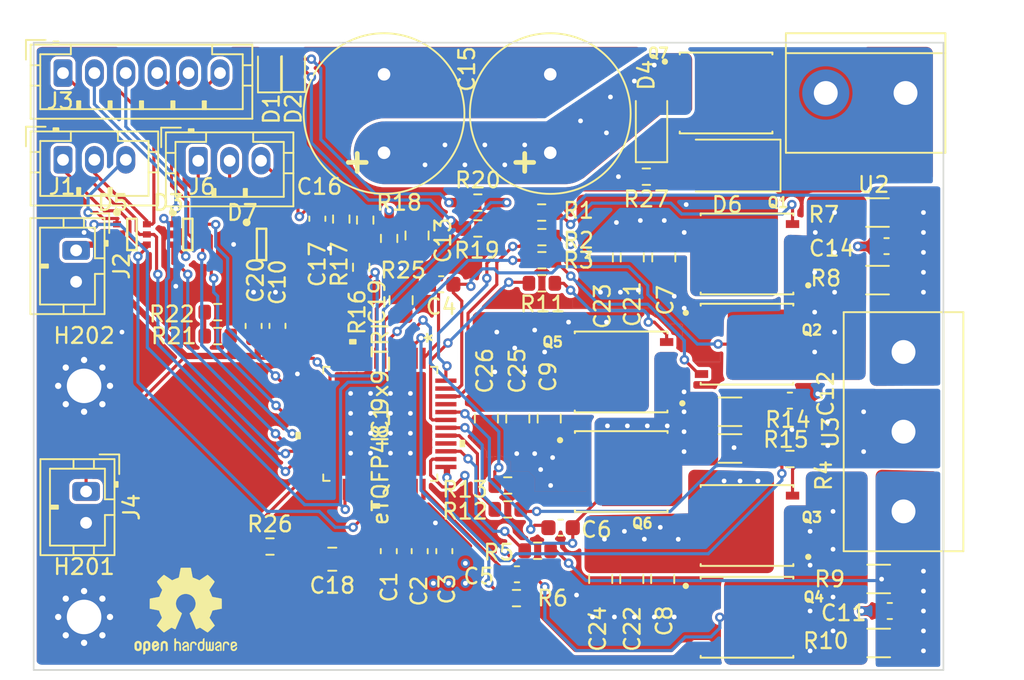
<source format=kicad_pcb>
(kicad_pcb (version 20211014) (generator pcbnew)
  (layers (0 "F.Cu" signal) (1 "In1.Cu" signal) (2 "In2.Cu" signal) (31 "B.Cu" mixed) (34 "B.Paste" user) (35 "F.Paste" user) (36 "B.SilkS" user "B.Silkscreen") (37 "F.SilkS" user "F.Silkscreen") (38 "B.Mask" user) (39 "F.Mask" user) (44 "Edge.Cuts" user))
  (net 0 "")
  (net 1 "Net-(C1-Pad2)")
  (net 2 "Net-(C1-Pad1)")
  (net 3 "/+VM")
  (net 4 "Net-(C2-Pad2)")
  (net 5 "GND")
  (net 6 "Net-(C4-Pad1)")
  (net 7 "Net-(C4-Pad2)")
  (net 8 "Net-(C5-Pad2)")
  (net 9 "Net-(C5-Pad1)")
  (net 10 "Net-(C6-Pad2)")
  (net 11 "Net-(C6-Pad1)")
  (net 12 "/Motor Driver/VOFS")
  (net 13 "/W")
  (net 14 "/V")
  (net 15 "/U")
  (net 16 "/5Vout")
  (net 17 "/VSA")
  (net 18 "/12Vout")
  (net 19 "Net-(D1-Pad2)")
  (net 20 "Net-(D2-Pad2)")
  (net 21 "Net-(IC1-Pad3)")
  (net 22 "Net-(IC1-Pad4)")
  (net 23 "Net-(IC1-Pad5)")
  (net 24 "/ADC_I_u")
  (net 25 "/ADC_I_w")
  (net 26 "/UH")
  (net 27 "/UL")
  (net 28 "/VH")
  (net 29 "/VL")
  (net 30 "/WH")
  (net 31 "/WL")
  (net 32 "Net-(IC1-Pad24)")
  (net 33 "/DRV_EN")
  (net 34 "Net-(IC1-Pad37)")
  (net 35 "Net-(IC1-Pad39)")
  (net 36 "Net-(IC1-Pad41)")
  (net 37 "Net-(IC1-Pad43)")
  (net 38 "Net-(IC1-Pad46)")
  (net 39 "Net-(IC1-Pad48)")
  (net 40 "/ADC_I_v")
  (net 41 "Net-(Q1-Pad4)")
  (net 42 "Net-(Q2-Pad4)")
  (net 43 "Net-(Q3-Pad4)")
  (net 44 "Net-(Q4-Pad4)")
  (net 45 "Net-(Q5-Pad4)")
  (net 46 "Net-(Q6-Pad4)")
  (net 47 "Net-(R16-Pad2)")
  (net 48 "/Connectors/VOFS")
  (net 49 "/+VCC_IO")
  (net 50 "/TEMP_PCB")
  (net 51 "Net-(D4-Pad1)")
  (net 52 "Net-(D6-Pad2)")
  (net 53 "/FAULT")
  (net 56 "/Connectors/VCC")
  (footprint "Capacitor_SMD:C_0603_1608Metric" (layer "F.Cu") (at 152.63 99.055 90)
    (fp_text reference "C1")
    (fp_text value "22nF/100V")
  )
  (footprint "Capacitor_SMD:C_0603_1608Metric" (layer "F.Cu") (at 154.6 99.055 90)
    (fp_text reference "C2")
    (fp_text value "100nF/100V")
  )
  (footprint "Capacitor_SMD:C_0603_1608Metric" (layer "F.Cu") (at 156.17 99.055 90)
    (fp_text reference "C3")
    (fp_text value "100nF/100V")
  )
  (footprint "Capacitor_SMD:C_0603_1608Metric" (layer "F.Cu") (at 155.969 82.042 180)
    (fp_text reference "C4")
    (fp_text value "4.7uF/16V")
  )
  (footprint "Capacitor_SMD:C_0603_1608Metric" (layer "F.Cu") (at 160.795 100.53)
    (fp_text reference "C5")
    (fp_text value "4.7UF/16V")
  )
  (footprint "Capacitor_SMD:C_0603_1608Metric" (layer "F.Cu") (at 163.576 97.559 180)
    (fp_text reference "C6")
    (fp_text value "4.7UF/16V")
  )
  (footprint "Capacitor_SMD:C_0603_1608Metric" (layer "F.Cu") (at 145.542 84.696 90)
    (fp_text reference "C10")
    (fp_text value "100nF/50V")
  )
  (footprint "Capacitor_SMD:C_0603_1608Metric" (layer "F.Cu") (at 184.545 102.87 180)
    (fp_text reference "C11")
    (fp_text value "1nF/100V")
  )
  (footprint "Capacitor_SMD:C_0603_1608Metric" (layer "F.Cu") (at 178.181 89.458)
    (fp_text reference "C12")
    (fp_text value "1nF/100V")
  )
  (footprint "Capacitor_SMD:C_0603_1608Metric" (layer "F.Cu") (at 184.34 79.61 180)
    (fp_text reference "C14")
    (fp_text value "1nF/100V")
  )
  (footprint "Capacitor_SMD:C_0603_1608Metric" (layer "F.Cu") (at 148.082 77.864 -90)
    (fp_text reference "C17")
    (fp_text value "100nF/50V")
  )
  (footprint "LED_SMD:LED_0603_1608Metric" (layer "F.Cu") (at 146.558 68.3005 90)
    (fp_text reference "D2")
    (fp_text value "Red LED")
  )
  (footprint "Libraries:TMC6200-TA" (layer "F.Cu") (at 152.09 90.94 -90)
    (fp_text reference "IC1")
    (fp_text value "eTQFP48_9x9_TRI")
  )
  (footprint "Resistor_SMD:R_0603_1608Metric" (layer "F.Cu") (at 162.369 77.47 180)
    (fp_text reference "R1")
    (fp_text value "2R2/1%")
  )
  (footprint "Resistor_SMD:R_0603_1608Metric" (layer "F.Cu") (at 162.385 79.04 180)
    (fp_text reference "R2")
    (fp_text value "10R/1%")
  )
  (footprint "Resistor_SMD:R_0603_1608Metric" (layer "F.Cu") (at 162.385 80.51 180)
    (fp_text reference "R3")
    (fp_text value "2R2/1%")
  )
  (footprint "Resistor_SMD:R_0603_1608Metric" (layer "F.Cu") (at 178.19 93.18 180)
    (fp_text reference "R4")
    (fp_text value "2R2/1%")
  )
  (footprint "Resistor_SMD:R_0603_1608Metric" (layer "F.Cu") (at 162.115 99.03 180)
    (fp_text reference "R5")
    (fp_text value "10R/1%")
  )
  (footprint "Resistor_SMD:R_0603_1608Metric" (layer "F.Cu") (at 160.765 102.05 180)
    (fp_text reference "R6")
    (fp_text value "2R2/1%")
  )
  (footprint "Resistor_SMD:R_0603_1608Metric" (layer "F.Cu") (at 162.385 81.98 180)
    (fp_text reference "R11")
    (fp_text value "2R2/1%")
  )
  (footprint "Resistor_SMD:R_0603_1608Metric" (layer "F.Cu") (at 160.21 96.393 180)
    (fp_text reference "R12")
    (fp_text value "10R/1%")
  )
  (footprint "Resistor_SMD:R_0603_1608Metric" (layer "F.Cu") (at 160.21 94.869 180)
    (fp_text reference "R13")
    (fp_text value "2R2/1%")
  )
  (footprint "Resistor_SMD:R_0603_1608Metric" (layer "F.Cu") (at 150.876 80.962 90)
    (fp_text reference "R16")
    (fp_text value "10000R/1%")
  )
  (footprint "Resistor_SMD:R_0603_1608Metric" (layer "F.Cu") (at 151.13 77.951 90)
    (fp_text reference "R18")
    (fp_text value "4700R/1%")
  )
  (footprint "Resistor_SMD:R_0603_1608Metric" (layer "F.Cu") (at 158.305 76.835)
    (fp_text reference "R20")
    (fp_text value "150R/1%")
  )
  (footprint "Resistor_SMD:R_0603_1608Metric" (layer "F.Cu") (at 141.732 85.344 180)
    (fp_text reference "R21")
    (fp_text value "1000R/1%")
  )
  (footprint "Resistor_SMD:R_0603_1608Metric" (layer "F.Cu") (at 141.732 83.82)
    (fp_text reference "R22")
    (fp_text value "0R")
  )
  (footprint "Capacitor_THT:C_Radial_D10.0mm_H20.0mm_P5.00mm" (layer "F.Cu") (at 162.918 73.66 90)
    (fp_text reference "C15")
    (fp_text value "330uF/63V")
  )
  (footprint "Capacitor_THT:C_Radial_D10.0mm_H20.0mm_P5.00mm" (layer "F.Cu") (at 152.33 73.66 90)
    (fp_text reference "C16")
    (fp_text value "330uF/63V")
  )
  (footprint "Resistor_SMD:R_0603_1608Metric" (layer "F.Cu") (at 149.606 77.887 90)
    (fp_text reference "R17")
    (fp_text value "4700R/1%")
  )
  (footprint "LED_SMD:LED_0603_1608Metric" (layer "F.Cu") (at 145.034 68.326 90)
    (fp_text reference "D1")
    (fp_text value "Green LED")
  )
  (footprint "Capacitor_SMD:C_0805_2012Metric" (layer "F.Cu") (at 154.432 78.933 90)
    (fp_text reference "C13")
    (fp_text value "2.2uF/50V")
  )
  (footprint "Capacitor_SMD:C_0805_2012Metric" (layer "F.Cu") (at 149.032 99.568 180)
    (fp_text reference "C18")
    (fp_text value "100nF/100V")
  )
  (footprint "Capacitor_SMD:C_0805_2012Metric" (layer "F.Cu") (at 153.416 83.058 90)
    (fp_text reference "C19")
    (fp_text value "2.2uF/50V")
  )
  (footprint "Capacitor_SMD:C_0603_1608Metric" (layer "F.Cu") (at 144.022 84.701 90)
    (fp_text reference "C20")
    (fp_text value "100nF/50V")
  )
  (footprint "Resistor_SMD:R_0603_1608Metric" (layer "F.Cu") (at 152.654 79.121 90)
    (fp_text reference "R25")
    (fp_text value "0Ω")
  )
  (footprint "Resistor_SMD:R_0603_1608Metric" (layer "F.Cu") (at 145.065 98.76)
    (fp_text reference "R26")
    (fp_text value "0R")
  )
  (footprint "Resistor_SMD:R_0603_1608Metric" (layer "F.Cu") (at 158.305 78.486)
    (fp_text reference "R19")
    (fp_text value "1000R/1%")
  )
  (footprint "Resistor_SMD:R_1206_3216Metric" (layer "F.Cu") (at 183.762 77.47 180)
    (fp_text reference "R7")
    (fp_text value "0R005/1%/1W")
  )
  (footprint "Resistor_SMD:R_1206_3216Metric" (layer "F.Cu") (at 183.762 81.78 180)
    (fp_text reference "R8")
    (fp_text value "0R005/1%/1W")
  )
  (footprint "Resistor_SMD:R_1206_3216Metric" (layer "F.Cu") (at 183.84 100.83 180)
    (fp_text reference "R9")
    (fp_text value "0R005/1%/1W")
  )
  (footprint "Resistor_SMD:R_1206_3216Metric" (layer "F.Cu") (at 183.84 104.91 180)
    (fp_text reference "R10")
    (fp_text value "0R005/1%/1W")
  )
  (footprint "Resistor_SMD:R_1206_3216Metric" (layer "F.Cu") (at 174.372 90.17 180)
    (fp_text reference "R14")
    (fp_text value "0R005/1%/1W")
  )
  (footprint "Resistor_SMD:R_1206_3216Metric" (layer "F.Cu") (at 174.372 92.51 180)
    (fp_text reference "R15")
    (fp_text value "0R005/1%/1W")
  )
  (footprint "Connector_JST:JST_PH_B2B-PH-K_1x02_P2.00mm_Vertical" (layer "F.Cu") (at 132.715 79.883 -90)
    (fp_text reference "J2")
    (fp_text value "VCC_IO")
  )
  (footprint "Connector_JST:JST_PH_B3B-PH-K_1x03_P2.00mm_Vertical" (layer "F.Cu") (at 140.494 74.168)
    (fp_text reference "J6")
    (fp_text value "Current Sensing")
  )
  (footprint "Connector_JST:JST_PH_B6B-PH-K_1x06_P2.00mm_Vertical" (layer "F.Cu") (at 131.88 68.58)
    (fp_text reference "J3")
    (fp_text value "PWMx6")
  )
  (footprint "Libraries:PDFN-8" (layer "F.Cu") (at 175.45 80.11 180)
    (fp_text reference "Q1")
    (fp_text value "HYG025N06LS1C2")
  )
  (footprint "Libraries:PDFN-8" (layer "F.Cu") (at 175.45 85.86)
    (fp_text reference "Q2")
    (fp_text value "HYG025N06LS1C2")
  )
  (footprint "Libraries:PDFN-8" (layer "F.Cu") (at 175.45 97.42 180)
    (fp_text reference "Q3")
    (fp_text value "HYG025N06LS1C2")
  )
  (footprint "Libraries:PDFN-8" (layer "F.Cu") (at 175.45 103.27)
    (fp_text reference "Q4")
    (fp_text value "HYG025N06LS1C2")
  )
  (footprint "Libraries:PDFN-8" (layer "F.Cu") (at 167.43 87.63 180)
    (fp_text reference "Q5")
    (fp_text value "HYG025N06LS1C2")
  )
  (footprint "Libraries:TerminalBlock_bornier-2_P5.08mm" (layer "F.Cu") (at 185.547 69.85 180)
    (fp_text reference "U2")
    (fp_text value "TerminalBlock_2_P5.08mm")
  )
  (footprint "Libraries:TerminalBlock_bornier-3_P5.08mm" (layer "F.Cu") (at 185.42 96.52 90)
    (fp_text reference "U3")
    (fp_text value "TerminalBlock_3_P5.08mm")
  )
  (footprint "Connector_JST:JST_PH_B2B-PH-K_1x02_P2.00mm_Vertical" (layer "F.Cu") (at 133.35 95.25 -90)
    (fp_text reference "J4")
    (fp_text value "Fan")
  )
  (footprint "Connector_JST:JST_PH_B3B-PH-K_1x03_P2.00mm_Vertical" (layer "F.Cu") (at 131.88 74.11)
    (fp_text reference "J1")
    (fp_text value "Info")
  )
  (footprint "Capacitor_SMD:C_0805_2012Metric" (layer "F.Cu") (at 170.08 100.83 -90)
    (fp_text reference "C8")
    (fp_text value "1uF/100V")
  )
  (footprint "Capacitor_SMD:C_0805_2012Metric" (layer "F.Cu") (at 168.11 100.83 -90)
    (fp_text reference "C22")
    (fp_text value "1uF/100V")
  )
  (footprint "Capacitor_SMD:C_0805_2012Metric" (layer "F.Cu") (at 166.13 100.83 -90)
    (fp_text reference "C24")
    (fp_text value "1uF/100V")
  )
  (footprint "Capacitor_SMD:C_0805_2012Metric" (layer "F.Cu") (at 160.85 90.6 -90)
    (fp_text reference "C25")
    (fp_text value "1uF/100V")
  )
  (footprint "Capacitor_SMD:C_0805_2012Metric" (layer "F.Cu") (at 158.85 90.6 -90)
    (fp_text reference "C26")
    (fp_text value "1uF/100V")
  )
  (footprint "Capacitor_SMD:C_0805_2012Metric" (layer "F.Cu") (at 170.15 80.33 -90)
    (fp_text reference "C7")
    (fp_text value "1uF/100V")
  )
  (footprint "Capacitor_SMD:C_0805_2012Metric" (layer "F.Cu") (at 162.85 90.6 -90)
    (fp_text reference "C9")
    (fp_text value "1uF/100V")
  )
  (footprint "Capacitor_SMD:C_0805_2012Metric" (layer "F.Cu") (at 168.14 80.33 -90)
    (fp_text reference "C21")
    (fp_text value "1uF/100V")
  )
  (footprint "Capacitor_SMD:C_0805_2012Metric" (layer "F.Cu") (at 166.17 80.33 -90)
    (fp_text reference "C23")
    (fp_text value "1uF/100V")
  )
  (footprint "Libraries:PDFN-8" (layer "F.Cu") (at 167.44 93.98)
    (fp_text reference "Q6")
    (fp_text value "HYG025N06LS1C2")
  )
  (footprint "MountingHole:MountingHole_2.2mm_M2_Pad_Via" (layer "F.Cu") (at 133.223 103.251)
    (fp_text reference "H201")
    (fp_text value "MountingHole")
  )
  (footprint "MountingHole:MountingHole_2.2mm_M2_Pad_Via" (layer "F.Cu") (at 133.223 88.519)
    (fp_text reference "H202")
    (fp_text value "MountingHole")
  )
  (footprint "Libraries:PDFN-8" (layer "F.Cu") (at 174.117 69.85)
    (fp_text reference "Q7")
    (fp_text value "WSD90P06DN56")
  )
  (footprint "Diode_SMD:D_SOD-123" (layer "F.Cu") (at 169.368 72.009 90)
    (fp_text reference "D4")
    (fp_text value "10V")
  )
  (footprint "Resistor_SMD:R_0603_1608Metric" (layer "F.Cu") (at 169.037 75.184 180)
    (fp_text reference "R27")
    (fp_text value "100KR")
  )
  (footprint "Diode_SMD:D_SMA" (layer "F.Cu") (at 174.185 74.472 180)
    (fp_text reference "D6")
    (fp_text value "TVS DIODE")
  )
  (footprint "Libraries:NUP4114UCW1T2G" (layer "F.Cu") (at 139.827 78.867)
    (fp_text reference "D3")
    (fp_text value "Val**" hide)
  )
  (footprint "Libraries:NUP4114UCW1T2G" (layer "F.Cu") (at 136.271 78.867)
    (fp_text reference "D5")
    (fp_text value "Val**" hide)
  )
  (footprint "Libraries:NUP4114UCW1T2G" (layer "F.Cu") (at 144.526 79.502)
    (fp_text reference "D7")
    (fp_text value "Val**" hide)
  )
  (footprint "Symbol:OSHW-Logo2_7.3x6mm_SilkScreen" (layer "F.Cu") (at 139.7 102.87)
    (fp_text reference "HS1" hide)
    (fp_text value "Heatsink" hide)
  )
  (gr_line (start 187.96 66.64) (end 187.96 106.63) (layer "Edge.Cuts") (width 0.1))
  (gr_line (start 130.01 106.63) (end 130.01 66.64) (layer "Edge.Cuts") (width 0.1))
  (gr_line (start 187.96 106.63) (end 130.01 106.63) (layer "Edge.Cuts") (width 0.1))
  (gr_line (start 130.01 66.64) (end 187.96 66.64) (layer "Edge.Cuts") (width 0.1))
  (gr_text "+" (at 161.29 74.168) (layer "F.SilkS") (effects (font (size 1.5 1.5) (thickness 0.3))))
  (gr_text "+" (at 150.622 74.168) (layer "F.SilkS") (effects (font (size 1.5 1.5) (thickness 0.3))))
  (segment (start 152.63 98.28) (end 152.840001 98.069999) (width 0.2) (layer "F.Cu") (net 1))
  (segment (start 152.840001 98.069999) (end 152.840001 95.1183) (width 0.2) (layer "F.Cu") (net 1))
  (segment (start 151.84 95.1183) (end 151.84 99.04) (width 0.2) (layer "F.Cu") (net 2))
  (segment (start 151.84 99.04) (end 152.63 99.83) (width 0.2) (layer "F.Cu") (net 2))
  (segment (start 153.34 95.1183) (end 153.34 97.772522) (width 0.2) (layer "F.Cu") (net 3))
  (segment (start 153.34 97.772522) (end 153.82499 98.257512) (width 0.2) (layer "F.Cu") (net 3))
  (segment (start 153.82499 98.257512) (end 153.82499 99.05499) (width 0.2) (layer "F.Cu") (net 3))
  (segment locked (start 152.4 73.66) (end 163.83 73.66) (width 4) (layer "F.Cu") (net 3))
  (segment (start 152.654 78.296) (end 152.654 77.343) (width 0.6) (layer "F.Cu") (net 3))
  (segment (start 153.82499 99.05499) (end 154.6 99.83) (width 0.2) (layer "F.Cu") (net 3))
  (via (at 159.385 87.63) (size 0.6) (drill 0.3) (layers "F.Cu" "B.Cu") (net 3))
  (via (at 161.925 84.963) (size 0.6) (drill 0.3) (layers "F.Cu" "B.Cu") (net 3))
  (via (at 166.497 84.455) (size 0.6) (drill 0.3) (layers "F.Cu" "B.Cu") (net 3))
  (via (at 161.29 87.63) (size 0.6) (drill 0.3) (layers "F.Cu" "B.Cu") (net 3))
  (via (at 160.655 86.106) (size 0.6) (drill 0.3) (layers "F.Cu" "B.Cu") (net 3))
  (via (at 159.512 85.09) (size 0.6) (drill 0.3) (layers "F.Cu" "B.Cu") (net 3))
  (via (at 164.084 84.455) (size 0.6) (drill 0.3) (layers "F.Cu" "B.Cu") (net 3))
  (via (at 162.56 86.36) (size 0.6) (drill 0.3) (layers "F.Cu" "B.Cu") (net 3))
  (via (at 173.99 94.58) (size 0.6) (drill 0.3) (layers "F.Cu" "B.Cu") (net 3))
  (via (at 168.91 98.29) (size 0.6) (drill 0.3) (layers "F.Cu" "B.Cu") (net 3))
  (via (at 167.64 97.79) (size 0.6) (drill 0.3) (layers "F.Cu" "B.Cu") (net 3))
  (via (at 171.069 98.298) (size 0.6) (drill 0.3) (layers "F.Cu" "B.Cu") (net 3))
  (via (at 169.926 97.536) (size 0.6) (drill 0.3) (layers "F.Cu" "B.Cu") (net 3))
  (via (at 175.006 94.58) (size 0.6) (drill 0.3) (layers "F.Cu" "B.Cu") (net 3))
  (via (at 176.149 94.58) (size 0.6) (drill 0.3) (layers "F.Cu" "B.Cu") (net 3))
  (via (at 166.37 98.29) (size 0.6) (drill 0.3) (layers "F.Cu" "B.Cu") (net 3))
  (via (at 166.497 72.39) (size 0.6) (drill 0.3) (layers "F.Cu" "B.Cu") (net 3))
  (via (at 166.751 70.104) (size 0.6) (drill 0.3) (layers "F.Cu" "B.Cu") (net 3))
  (via (at 164.846 71.628) (size 0.6) (drill 0.3) (layers "F.Cu" "B.Cu") (net 3))
  (via (at 168.275 69.088) (size 0.6) (drill 0.3) (layers "F.Cu" "B.Cu") (net 3))
  (via (at 169.545 68.072) (size 0.6) (drill 0.3) (layers "F.Cu" "B.Cu") (net 3))
  (via (at 157.48 74.43) (size 0.6) (drill 0.3) (layers "F.Cu" "B.Cu") (net 3))
  (via (at 170.18 77.978) (size 0.6) (drill 0.3) (layers "F.Cu" "B.Cu") (net 3))
  (via (at 167.132 78.105) (size 0.6) (drill 0.3) (layers "F.Cu" "B.Cu") (net 3))
  (via (at 160.02 74.43) (size 0.6) (drill 0.3) (layers "F.Cu" "B.Cu") (net 3))
  (via (at 154.94 74.43) (size 0.6) (drill 0.3) (layers "F.Cu" "B.Cu") (net 3))
  (via (at 157.51 99.83) (size 0.6) (drill 0.3) (layers "F.Cu" "B.Cu") (net 3))
  (via (at 171.45 78.74) (size 0.6) (drill 0.3) (layers "F.Cu" "B.Cu") (net 3))
  (via (at 156.44 101.1) (size 0.6) (drill 0.3) (layers "F.Cu" "B.Cu") (net 3))
  (via (at 152.654 77.343) (size 0.6) (drill 0.3) (layers "F.Cu" "B.Cu") (net 3))
  (via (at 161.29 73.16) (size 0.6) (drill 0.3) (layers "F.Cu" "B.Cu") (net 3))
  (via (at 158.75 73.16) (size 0.6) (drill 0.3) (layers "F.Cu" "B.Cu") (net 3))
  (via (at 157.51 101.1) (size 0.6) (drill 0.3) (layers "F.Cu" "B.Cu") (net 3))
  (via (at 155.47 101.1) (size 0.6) (drill 0.3) (layers "F.Cu" "B.Cu") (net 3))
  (via (at 171.577 76.962) (size 0.6) (drill 0.3) (layers "F.Cu" "B.Cu") (net 3))
  (via (at 156.21 73.16) (size 0.6) (drill 0.3) (layers "F.Cu" "B.Cu") (net 3))
  (via (at 168.656 77.978) (size 0.6) (drill 0.3) (layers "F.Cu" "B.Cu") (net 3))
  (segment locked (start 152.4 73.66) (end 163.83 73.66) (width 4) (layer "B.Cu") (net 3))
  (segment (start 153.839999 95.959999) (end 153.839999 95.1183) (width 0.2) (layer "F.Cu") (net 4))
  (segment (start 154.6 98.28) (end 154.6 96.72) (width 0.2) (layer "F.Cu") (net 4))
  (segment (start 154.6 96.72) (end 153.839999 95.959999) (width 0.2) (layer "F.Cu") (net 4))
  (segment (start 183.546 79.629) (end 183.565 79.61) (width 0.2) (layer "F.Cu") (net 5))
  (segment (start 148.082 78.639) (end 148.082 78.994) (width 0.2) (layer "F.Cu") (net 5))
  (segment (start 135.320999 78.866999) (end 133.349999 78.866999) (width 0.2) (layer "F.Cu") (net 5))
  (segment (start 138.303 80.899998) (end 138.765001 81.361999) (width 0.2) (layer "F.Cu") (net 5))
  (segment (start 133.349999 78.866999) (end 133.223 78.74) (width 0.2) (layer "F.Cu") (net 5))
  (segment (start 167.259 75.184) (end 168.212 75.184) (width 0.6) (layer "F.Cu") (net 5))
  (segment (start 153.839999 89.190001) (end 152.09 90.94) (width 0.2) (layer "F.Cu") (net 5))
  (segment (start 138.765001 81.869001) (end 139.065 82.169) (width 0.2) (layer "F.Cu") (net 5))
  (segment (start 138.427 78.866999) (end 138.303 78.990999) (width 0.2) (layer "F.Cu") (net 5))
  (segment (start 155.602 97.712) (end 156.17 98.28) (width 0.2) (layer "F.Cu") (net 5))
  (segment (start 182.753 102.87) (end 183.77 102.87) (width 0.6) (layer "F.Cu") (net 5))
  (segment (start 138.765001 81.361999) (end 138.765001 81.869001) (width 0.2) (layer "F.Cu") (net 5))
  (segment (start 142.748001 79.501999) (end 142.748 79.502) (width 0.2) (layer "F.Cu") (net 5))
  (segment (start 151.339999 86.7617) (end 151.339999 90.189999) (width 0.2) (layer "F.Cu") (net 5))
  (segment (start 178.956 89.535) (end 179.451 89.535) (width 0.4) (layer "F.Cu") (net 5))
  (segment (start 138.303 78.990999) (end 138.303 80.899998) (width 0.2) (layer "F.Cu") (net 5))
  (segment (start 179.451 89.535) (end 179.959 89.027) (width 0.4) (layer "F.Cu") (net 5))
  (segment (start 147.9117 88.19) (end 146.76 88.19) (width 0.2) (layer "F.Cu") (net 5))
  (segment (start 147.109999 88.689999) (end 147.9117 88.689999) (width 0.2) (layer "F.Cu") (net 5))
  (segment (start 138.876999 78.866999) (end 138.427 78.866999) (width 0.2) (layer "F.Cu") (net 5))
  (segment (start 182.499 79.629) (end 183.546 79.629) (width 0.6) (layer "F.Cu") (net 5))
  (segment (start 151.339999 90.189999) (end 152.09 90.94) (width 0.2) (layer "F.Cu") (net 5))
  (segment (start 146.76 88.19) (end 146.685 88.265) (width 0.2) (layer "F.Cu") (net 5))
  (segment (start 155.602 97.255) (end 155.602 97.712) (width 0.2) (layer "F.Cu") (net 5))
  (segment (start 143.575999 79.501999) (end 142.748001 79.501999) (width 0.4) (layer "F.Cu") (net 5))
  (segment (start 146.685 89.316103) (end 146.685 88.265) (width 0.2) (layer "F.Cu") (net 5))
  (segment (start 148.082 78.994) (end 148.844 79.756) (width 0.2) (layer "F.Cu") (net 5))
  (segment (start 153.416 82.108) (end 153.416 81.026) (width 0.6) (layer "F.Cu") (net 5))
  (segment (start 147.058897 89.69) (end 146.685 89.316103) (width 0.2) (layer "F.Cu") (net 5))
  (segment (start 146.685 88.265) (end 147.109999 88.689999) (width 0.2) (layer "F.Cu") (net 5))
  (segment (start 147.9117 89.69) (end 147.058897 89.69) (width 0.2) (layer "F.Cu") (net 5))
  (segment (start 149.34 95.23) (end 149.34 95.1183) (width 0.2) (layer "F.Cu") (net 5))
  (via (at 151.47 91.54) (size 0.6) (drill 0.3) (layers "F.Cu" "B.Cu") (net 5))
  (via (at 152.74 91.54) (size 0.6) (drill 0.3) (layers "F.Cu" "B.Cu") (net 5))
  (via (at 154.01 91.54) (size 0.6) (drill 0.3) (layers "F.Cu" "B.Cu") (net 5))
  (via (at 154.01 92.81) (size 0.6) (drill 0.3) (layers "F.Cu" "B.Cu") (net 5))
  (via (at 152.74 92.81) (size 0.6) (drill 0.3) (layers "F.Cu" "B.Cu") (net 5))
  (via (at 151.47 92.81) (size 0.6) (drill 0.3) (layers "F.Cu" "B.Cu") (net 5))
  (via (at 150.2 92.81) (size 0.6) (drill 0.3) (layers "F.Cu" "B.Cu") (net 5))
  (via (at 167.005 103.251) (size 0.6) (drill 0.3) (layers "F.Cu" "B.Cu") (net 5))
  (via (at 151.47 89) (size 0.6) (drill 0.3) (layers "F.Cu" "B.Cu") (net 5))
  (via (at 169.545 103.251) (size 0.6) (drill 0.3) (layers "F.Cu" "B.Cu") (net 5))
  (via (at 164.592 101.854) (size 0.6) (drill 0.3) (layers "F.Cu" "B.Cu") (net 5))
  (via (at 162.306 93.853) (size 0.6) (drill 0.3) (layers "F.Cu" "B.Cu") (net 5))
  (via (at 182.753 102.87) (size 0.6) (drill 0.3) (layers "F.Cu" "B.Cu") (net 5))
  (via (at 155.602 97.255) (size 0.6) (drill 0.3) (layers "F.Cu" "B.Cu") (net 5))
  (via (at 133.223 78.74) (size 0.6) (drill 0.3) (layers "F.Cu" "B.Cu") (net 5))
  (via (at 150.2 90.27) (size 0.6) (drill 0.3) (layers "F.Cu" "B.Cu") (net 5))
  (via (at 154.01 89) (size 0.6) (drill 0.3) (layers "F.Cu" "B.Cu") (net 5))
  (via (at 167.259 75.184) (size 0.6) (drill 0.3) (layers "F.Cu" "B.Cu") (net 5))
  (via (at 167.386 82.55) (size 0.6) (drill 0.3) (layers "F.Cu" "B.Cu") (net 5))
  (via (at 162.941 94.869) (size 0.6) (drill 0.3) (layers "F.Cu" "B.Cu") (net 5))
  (via (at 150.2 89) (size 0.6) (drill 0.3) (layers "F.Cu" "B.Cu") (net 5))
  (via (at 165.608 103.251) (size 0.6) (drill 0.3) (layers "F.Cu" "B.Cu") (net 5))
  (via (at 160.782 92.837) (size 0.6) (drill 0.3) (layers "F.Cu" "B.Cu") (net 5))
  (via (at 168.529 82.423) (size 0.6) (drill 0.3) (layers "F.Cu" "B.Cu") (net 5))
  (via (at 151.47 90.27) (size 0.6) (drill 0.3) (layers "F.Cu" "B.Cu") (net 5))
  (via (at 152.74 89) (size 0.6) (drill 0.3) (layers "F.Cu" "B.Cu") (net 5))
  (via (at 163.068 93.091) (size 0.6) (drill 0.3) (layers "F.Cu" "B.Cu") (net 5))
  (via (at 146.812 87.757) (size 0.6) (drill 0.3) (layers "F.Cu" "B.Cu") (net 5))
  (via (at 161.925 92.837) (size 0.6) (drill 0.3) (layers "F.Cu" "B.Cu") (net 5))
  (via (at 145.415 82.55) (size 0.6) (drill 0.3) (layers "F.Cu" "B.Cu") (net 5))
  (via (at 148.844 79.756) (size 0.6) (drill 0.3) (layers "F.Cu" "B.Cu") (net 5))
  (via (at 168.275 103.251) (size 0.6) (drill 0.3) (layers "F.Cu" "B.Cu") (net 5))
  (via (at 144.018 82.55) (size 0.6) (drill 0.3) (layers "F.Cu" "B.Cu") (net 5))
  (via (at 170.815 82.804) (size 0.6) (drill 0.3) (layers "F.Cu" "B.Cu") (net 5))
  (via (at 135.636 85.09) (size 0.6) (drill 0.3) (layers "F.Cu" "B.Cu") (net 5))
  (via (at 171.45 83.566) (size 0.6) (drill 0.3) (layers "F.Cu" "B.Cu") (net 5))
  (via (at 139.065 82.169) (size 0.6) (drill 0.3) (layers "F.Cu" "B.Cu") (net 5))
  (via (at 179.959 89.027) (size 0.6) (drill 0.3) (layers "F.Cu" "B.Cu") (net 5))
  (via (at 170.815 103.251) (size 0.6) (drill 0.3) (layers "F.Cu" "B.Cu") (net 5))
  (via (at 142.748 79.502) (size 0.6) (drill 0.3) (layers "F.Cu" "B.Cu") (net 5))
  (via (at 150.2 91.54) (size 0.6) (drill 0.3) (layers "F.Cu" "B.Cu") (net 5))
  (via (at 166.116 82.55) (size 0.6) (drill 0.3) (layers "F.Cu" "B.Cu") (net 5))
  (via (at 154.01 90.27) (size 0.6) (drill 0.3) (layers "F.Cu" "B.Cu") (net 5))
  (via (at 182.499 79.629) (size 0.6) (drill 0.3) (layers "F.Cu" "B.Cu") (net 5))
  (via (at 153.416 81.026) (size 0.6) (drill 0.3) (layers "F.Cu" "B.Cu") (net 5))
  (via (at 152.74 90.27) (size 0.6) (drill 0.3) (layers "F.Cu" "B.Cu") (net 5))
  (segment (start 157.279311 83.113005) (end 156.744 82.577694) (width 0.2) (layer "F.Cu") (net 6))
  (segment (start 157.279311 88.466092) (end 157.279311 83.113005) (width 0.2) (layer "F.Cu") (net 6))
  (segment (start 173.617 85.86) (end 173.609 85.852) (width 0.2) (layer "F.Cu") (net 6))
  (segment (start 157.055404 88.689999) (end 157.279311 88.466092) (width 0.2) (layer "F.Cu") (net 6))
  (segment (start 156.744 82.042) (end 157.734 82.042) (width 0.2) (layer "F.Cu") (net 6))
  (segment (start 157.734 82.042) (end 157.861 82.169) (width 0.2) (layer "F.Cu") (net 6))
  (segment (start 156.2683 88.689999) (end 157.055404 88.689999) (width 0.2) (layer "F.Cu") (net 6))
  (segment (start 176.1 85.86) (end 173.617 85.86) (width 0.2) (layer "F.Cu") (net 6))
  (segment (start 156.744 82.577694) (end 156.744 82.042) (width 0.2) (layer "F.Cu") (net 6))
  (via (at 179.76 86.36) (size 0.6) (drill 0.3) (layers "F.Cu" "B.Cu") (net 6))
  (via (at 179.76 81.28) (size 0.6) (drill 0.3) (layers "F.Cu" "B.Cu") (net 6))
  (via (at 173.609 85.852) (size 0.6) (drill 0.3) (layers "F.Cu" "B.Cu") (net 6))
  (via (at 179.8 78.74) (size 0.6) (drill 0.3) (layers "F.Cu" "B.Cu") (net 6))
  (via (at 157.861 82.169) (size 0.6) (drill 0.3) (layers "F.Cu" "B.Cu") (net 6))
  (via (at 181.03 77.47) (size 0.6) (drill 0.3) (layers "F.Cu" "B.Cu") (net 6))
  (via (at 181.03 82.55) (size 0.6) (drill 0.3) (layers "F.Cu" "B.Cu") (net 6))
  (via (at 179.76 83.82) (size 0.6) (drill 0.3) (layers "F.Cu" "B.Cu") (net 6))
  (via (at 181.03 80.01) (size 0.6) (drill 0.3) (layers "F.Cu" "B.Cu") (net 6))
  (via (at 181.03 85.09) (size 0.6) (drill 0.3) (layers "F.Cu" "B.Cu") (net 6))
  (segment (start 157.861 81.788998) (end 157.861 82.169) (width 0.2) (layer "B.Cu") (net 6))
  (segment (start 167.916501 80.922499) (end 163.425501 80.922499) (width 0.2) (layer "B.Cu") (net 6))
  (segment (start 172.285998 85.852) (end 169.129001 82.695003) (width 0.2) (layer "B.Cu") (net 6))
  (segment (start 169.129001 82.695003) (end 169.129001 82.134999) (width 0.2) (layer "B.Cu") (net 6))
  (segment (start 159.604001 81.314999) (end 159.350001 81.060999) (width 0.2) (layer "B.Cu") (net 6))
  (segment (start 159.350001 81.060999) (end 158.588999 81.060999) (width 0.2) (layer "B.Cu") (net 6))
  (segment (start 173.609 85.852) (end 172.285998 85.852) (width 0.2) (layer "B.Cu") (net 6))
  (segment (start 163.425501 80.922499) (end 163.033001 81.314999) (width 0.2) (layer "B.Cu") (net 6))
  (segment (start 163.033001 81.314999) (end 159.604001 81.314999) (width 0.2) (layer "B.Cu") (net 6))
  (segment (start 169.129001 82.134999) (end 167.916501 80.922499) (width 0.2) (layer "B.Cu") (net 6))
  (segment (start 158.588999 81.060999) (end 157.861 81.788998) (width 0.2) (layer "B.Cu") (net 6))
  (segment (start 155.800499 85.753501) (end 155.800499 82.648499) (width 0.2) (layer "F.Cu") (net 7))
  (segment (start 155.194 86.36) (end 155.800499 85.753501) (width 0.2) (layer "F.Cu") (net 7))
  (segment (start 155.800499 82.648499) (end 155.194 82.042) (width 0.2) (layer "F.Cu") (net 7))
  (segment (start 155.194 86.4077) (end 155.194 86.36) (width 0.2) (layer "F.Cu") (net 7))
  (segment (start 155.194 86.4077) (end 154.84 86.7617) (width 0.2) (layer "F.Cu") (net 7))
  (segment (start 173.717 103.27) (end 176.1 103.27) (width 0.2) (layer "F.Cu") (net 8))
  (segment (start 161.77 100.53) (end 162.573 101.333) (width 0.2) (layer "F.Cu") (net 8))
  (segment (start 156.752999 94.961001) (end 156.048999 94.961001) (width 0.2) (layer "F.Cu") (net 8))
  (segment (start 161.57 100.53) (end 161.77 100.53) (width 0.2) (layer "F.Cu") (net 8))
  (segment (start 157.48 94.234) (end 156.752999 94.961001) (width 0.2) (layer "F.Cu") (net 8))
  (segment (start 155.295199 93.310299) (end 155.415497 93.190001) (width 0.2) (layer "F.Cu") (net 8))
  (segment (start 161.29 100.33) (end 161.57 100.33) (width 0.2) (layer "F.Cu") (net 8))
  (segment (start 156.048999 94.961001) (end 155.295199 94.207201) (width 0.2) (layer "F.Cu") (net 8))
  (segment (start 155.415497 93.190001) (end 156.2683 93.190001) (width 0.2) (layer "F.Cu") (net 8))
  (segment (start 155.295199 94.207201) (end 155.295199 93.310299) (width 0.2) (layer "F.Cu") (net 8))
  (segment (start 160.02 99.06) (end 161.29 100.33) (width 0.2) (layer "F.Cu") (net 8))
  (via (at 179.47 105.41) (size 0.6) (drill 0.3) (layers "F.Cu" "B.Cu") (net 8))
  (via (at 179.47 97.79) (size 0.6) (drill 0.3) (layers "F.Cu" "B.Cu") (net 8))
  (via (at 179.47 102.87) (size 0.6) (drill 0.3) (layers "F.Cu" "B.Cu") (net 8))
  (via (at 160.02 99.06) (size 0.6) (drill 0.3) (layers "F.Cu" "B.Cu") (net 8))
  (via (at 180.93 98.933) (size 0.6) (drill 0.3) (layers "F.Cu" "B.Cu") (net 8))
  (via (at 157.48 94.234) (size 0.6) (drill 0.3) (layers "F.Cu" "B.Cu") (net 8))
  (via (at 180.93 101.981) (size 0.6) (drill 0.3) (layers "F.Cu" "B.Cu") (net 8))
  (via (at 180.93 104.14) (size 0.6) (drill 0.3) (layers "F.Cu" "B.Cu") (net 8))
  (via (at 162.573 101.333) (size 0.6) (drill 0.3) (layers "F.Cu" "B.Cu") (net 8))
  (via (at 179.47 99.949) (size 0.6) (drill 0.3) (layers "F.Cu" "B.Cu") (net 8))
  (via (at 180.93 96.52) (size 0.6) (drill 0.3) (layers "F.Cu" "B.Cu") (net 8))
  (via (at 173.717 103.27) (size 0.6) (drill 0.3) (layers "F.Cu" "B.Cu") (net 8))
  (segment (start 171.519302 104.521) (end 173.149002 104.521) (width 0.2) (layer "B.Cu") (net 8))
  (segment (start 170.649312 105.39099) (end 171.519302 104.521) (width 0.2) (layer "B.Cu") (net 8))
  (segment (start 162.573 103.391) (end 164.57299 105.39099) (width 0.2) (layer "B.Cu") (net 8))
  (segment (start 157.58 94.334) (end 157.48 94.234) (width 0.2) (layer "B.Cu") (net 8))
  (segment (start 173.717 103.953002) (end 173.717 103.27) (width 0.2) (layer "B.Cu") (net 8))
  (segment (start 157.58 96.62) (end 157.58 94.334) (width 0.2) (layer "B.Cu") (net 8))
  (segment (start 164.57299 105.39099) (end 170.649312 105.39099) (width 0.2) (layer "B.Cu") (net 8))
  (segment (start 173.149002 104.521) (end 173.717 103.953002) (width 0.2) (layer "B.Cu") (net 8))
  (segment (start 157.58 96.62) (end 160.02 99.06) (width 0.2) (layer "B.Cu") (net 8))
  (segment (start 162.573 101.333) (end 162.573 103.391) (width 0.2) (layer "B.Cu") (net 8))
  (segment (start 154.84 95.1183) (end 154.84 95.15) (width 0.2) (layer "F.Cu") (net 9))
  (segment (start 154.84 95.15) (end 160.02 100.33) (width 0.2) (layer "F.Cu") (net 9))
  (segment (start 161.925 97.409) (end 161.671 97.663) (width 0.2) (layer "F.Cu") (net 10))
  (segment (start 157.372999 90.189999) (end 157.48 90.297) (width 0.2) (layer "F.Cu") (net 10))
  (segment (start 156.2683 90.189999) (end 157.372999 90.189999) (width 0.2) (layer "F.Cu") (net 10))
  (segment (start 162.801 97.409) (end 161.925 97.409) (width 0.2) (layer "F.Cu") (net 10))
  (via (at 161.671 97.663) (size 0.6) (drill 0.3) (layers "F.Cu" "B.Cu") (net 10))
  (via (at 157.48 90.297) (size 0.6) (drill 0.3) (layers "F.Cu" "B.Cu") (net 10))
  (segment (start 161.671 97.155) (end 161.671 97.663) (width 0.2) (layer "B.Cu") (net 10))
  (segment (start 159.038999 94.522999) (end 161.671 97.155) (width 0.2) (layer "B.Cu") (net 10))
  (segment (start 159.038999 91.855999) (end 159.038999 94.522999) (width 0.2) (layer "B.Cu") (net 10))
  (segment (start 157.48 90.297) (end 159.038999 91.855999) (width 0.2) (layer "B.Cu") (net 10))
  (segment (start 157.476 91.19) (end 157.48 91.186) (width 0.2) (layer "F.Cu") (net 11))
  (segment (start 168.09 93.98) (end 167.78 93.98) (width 0.2) (layer "F.Cu") (net 11))
  (segment (start 167.78 93.98) (end 164.351 97.409) (width 0.2) (layer "F.Cu") (net 11))
  (segment (start 164.351 98.539) (end 164.338 98.552) (width 0.2) (layer "F.Cu") (net 11))
  (segment (start 164.351 97.409) (end 164.351 98.539) (width 0.2) (layer "F.Cu") (net 11))
  (segment (start 156.2683 91.19) (end 157.476 91.19) (width 0.2) (layer "F.Cu") (net 11))
  (via (at 169.1 91.07) (size 0.6) (drill 0.3) (layers "F.Cu" "B.Cu") (net 11))
  (via (at 170.37 91.07) (size 0.6) (drill 0.3) (layers "F.Cu" "B.Cu") (net 11))
  (via (at 167.83 91.07) (size 0.6) (drill 0.3) (layers "F.Cu" "B.Cu") (net 11))
  (via (at 166.56 91.07) (size 0.6) (drill 0.3) (layers "F.Cu" "B.Cu") (net 11))
  (via (at 171.44 92.71) (size 0.6) (drill 0.3) (layers "F.Cu" "B.Cu") (net 11))
  (via (at 171.44 88.9) (size 0.6) (drill 0.3) (layers "F.Cu" "B.Cu") (net 11))
  (via (at 171.44 91.44) (size 0.6) (drill 0.3) (layers "F.Cu" "B.Cu") (net 11))
  (via (at 164.338 98.552) (size 0.6) (drill 0.3) (layers "F.Cu" "B.Cu") (net 11))
  (via (at 157.48 91.186) (size 0.6) (drill 0.3) (layers "F.Cu" "B.Cu") (net 11))
  (via (at 171.44 90.17) (size 0.6) (drill 0.3) (layers "F.Cu" "B.Cu") (net 11))
  (segment (start 158.580011 92.286011) (end 157.48 91.186) (width 0.2) (layer "B.Cu") (net 11))
  (segment (start 158.580011 95.460013) (end 158.580011 92.286011) (width 0.2) (layer "B.Cu") (net 11))
  (segment (start 164.338 98.552) (end 161.671998 98.552) (width 0.2) (layer "B.Cu") (net 11))
  (segment (start 161.671998 98.552) (end 158.580011 95.460013) (width 0.2) (layer "B.Cu") (net 11))
  (segment (start 146.431 86.36) (end 149.32 86.36) (width 0.2) (layer "F.Cu") (net 12))
  (segment (start 146.431 86.36) (end 145.542 85.471) (width 0.2) (layer "F.Cu") (net 12))
  (segment (start 162.94 99.03) (end 163.292 99.03) (width 0.2) (layer "F.Cu") (net 13))
  (segment (start 163.292 99.03) (end 164.084 99.822) (width 0.2) (layer "F.Cu") (net 13))
  (via (at 186.69 102.87) (size 0.6) (drill 0.3) (layers "F.Cu" "B.Cu") (net 13))
  (via (at 186.69 105.41) (size 0.6) (drill 0.3) (layers "F.Cu" "B.Cu") (net 13))
  (via (at 164.084 99.822) (size 0.6) (drill 0.3) (layers "F.Cu" "B.Cu") (net 13))
  (via (at 184.023 100.838) (size 0.6) (drill 0.3) (layers "F.Cu" "B.Cu") (net 13))
  (via (at 186.69 100.33) (size 0.6) (drill 0.3) (layers "F.Cu" "B.Cu") (net 13))
  (via (at 186.69 104.14) (size 0.6) (drill 0.3) (layers "F.Cu" "B.Cu") (net 13))
  (via (at 186.69 101.6) (size 0.6) (drill 0.3) (layers "F.Cu" "B.Cu") (net 13))
  (segment (start 165.192001 100.930001) (end 164.084 99.822) (width 0.2) (layer "B.Cu") (net 13))
  (segment (start 183.930999 100.930001) (end 165.192001 100.930001) (width 0.2) (layer "B.Cu") (net 13))
  (segment (start 184.023 100.838) (end 183.930999 100.930001) (width 0.2) (layer "B.Cu") (net 13))
  (segment (start 161.162 96.52) (end 161.035 96.393) (width 0.2) (layer "F.Cu") (net 14))
  (segment (start 162.052 96.52) (end 161.162 96.52) (width 0.2) (layer "F.Cu") (net 14))
  (via (at 162.052 96.52) (size 0.6) (drill 0.3) (layers "F.Cu" "B.Cu") (net 14))
  (via (at 182.88 92.71) (size 0.6) (drill 0.3) (layers "F.Cu" "B.Cu") (net 14))
  (via (at 180.594 90.805) (size 0.6) (drill 0.3) (layers "F.Cu" "B.Cu") (net 14))
  (via (at 178.308 91.313) (size 0.6) (drill 0.3) (layers "F.Cu" "B.Cu") (net 14))
  (via (at 180.594 92.329) (size 0.6) (drill 0.3) (layers "F.Cu" "B.Cu") (net 14))
  (via (at 174.625 92.456) (size 0.6) (drill 0.3) (layers "F.Cu" "B.Cu") (net 14))
  (via (at 182.88 90.17) (size 0.6) (drill 0.3) (layers "F.Cu" "B.Cu") (net 14))
  (segment (start 174.625 92.456) (end 170.561 96.52) (width 0.2) (layer "B.Cu") (net 14))
  (segment (start 162.052 96.52) (end 170.561 96.52) (width 0.2) (layer "B.Cu") (net 14))
  (segment (start 163.21 79.04) (end 163.749 79.04) (width 0.2) (layer "F.Cu") (net 15))
  (segment (start 163.749 79.04) (end 164.211 79.502) (width 0.2) (layer "F.Cu") (net 15))
  (via (at 186.69 77.47) (size 0.6) (drill 0.3) (layers "F.Cu" "B.Cu") (net 15))
  (via (at 164.211 79.502) (size 0.6) (drill 0.3) (layers "F.Cu" "B.Cu") (net 15))
  (via (at 186.69 78.74) (size 0.6) (drill 0.3) (layers "F.Cu" "B.Cu") (net 15))
  (via (at 186.69 82.55) (size 0.6) (drill 0.3) (layers "F.Cu" "B.Cu") (net 15))
  (via (at 186.69 81.28) (size 0.6) (drill 0.3) (layers "F.Cu" "B.Cu") (net 15))
  (via (at 186.69 80.01) (size 0.6) (drill 0.3) (layers "F.Cu" "B.Cu") (net 15))
  (segment (start 186.69 77.47) (end 185.581999 76.361999) (width 0.2) (layer "B.Cu") (net 15))
  (segment (start 163.610999 78.901999) (end 164.211 79.502) (width 0.2) (layer "B.Cu") (net 15))
  (segment (start 163.610999 77.943999) (end 163.610999 78.901999) (width 0.2) (layer "B.Cu") (net 15))
  (segment (start 185.581999 76.361999) (end 165.192999 76.361999) (width 0.2) (layer "B.Cu") (net 15))
  (segment (start 165.192999 76.361999) (end 163.610999 77.943999) (width 0.2) (layer "B.Cu") (net 15))
  (segment (start 151.84 83.59998) (end 152.39099 83.04899) (width 0.2) (layer "F.Cu") (net 16))
  (segment (start 151.84 86.7617) (end 151.84 83.59998) (width 0.2) (layer "F.Cu") (net 16))
  (segment (start 152.654 79.946) (end 154.369 79.946) (width 0.2) (layer "F.Cu") (net 16))
  (segment (start 152.39099 83.04899) (end 152.39099 80.20901) (width 0.2) (layer "F.Cu") (net 16))
  (segment (start 152.39099 80.20901) (end 152.654 79.946) (width 0.2) (layer "F.Cu") (net 16))
  (segment (start 154.369 79.946) (end 154.432 79.883) (width 0.2) (layer "F.Cu") (net 16))
  (segment (start 151.32998 97.58002) (end 151.32998 98.22002) (width 0.2) (layer "F.Cu") (net 17))
  (segment (start 151.32998 98.22002) (end 149.982 99.568) (width 0.2) (layer "F.Cu") (net 17))
  (segment (start 151.339999 97.570001) (end 151.32998 97.58002) (width 0.2) (layer "F.Cu") (net 17))
  (segment (start 151.339999 97.570001) (end 151.339999 95.1183) (width 0.2) (layer "F.Cu") (net 17))
  (segment (start 152.72 84.008) (end 153.416 84.008) (width 0.2) (layer "F.Cu") (net 18))
  (segment (start 152.34 84.388) (end 152.72 84.008) (width 0.2) (layer "F.Cu") (net 18))
  (segment (start 152.34 86.7617) (end 152.34 84.388) (width 0.2) (layer "F.Cu") (net 18))
  (segment (start 157.48 78.486) (end 157.099 78.486) (width 0.2) (layer "F.Cu") (net 19))
  (segment (start 145.74601 68.25051) (end 145.034 67.5385) (width 0.2) (layer "F.Cu") (net 19))
  (segment (start 147.701 68.834) (end 147.11751 68.25051) (width 0.2) (layer "F.Cu") (net 19))
  (segment (start 147.11751 68.25051) (end 145.74601 68.25051) (width 0.2) (layer "F.Cu") (net 19))
  (segment (start 157.099 78.486) (end 156.591 77.978) (width 0.6) (layer "F.Cu") (net 19))
  (via (at 147.701 68.834) (size 0.6) (drill 0.3) (layers "F.Cu" "B.Cu") (net 19))
  (via (at 156.591 77.978) (size 0.6) (drill 0.3) (layers "F.Cu" "B.Cu") (net 19))
  (segment (start 151.349001 76.673001) (end 147.701 73.025) (width 0.2) (layer "B.Cu") (net 19))
  (segment (start 147.701 73.025) (end 147.701 68.834) (width 0.2) (layer "B.Cu") (net 19))
  (segment (start 156.591 77.978) (end 156.590002 77.978) (width 0.2) (layer "B.Cu") (net 19))
  (segment (start 156.590002 77.978) (end 155.285003 76.673001) (width 0.2) (layer "B.Cu") (net 19))
  (segment (start 155.285003 76.673001) (end 151.349001 76.673001) (width 0.2) (layer "B.Cu") (net 19))
  (segment (start 147.701 67.691) (end 146.736 67.691) (width 0.2) (layer "F.Cu") (net 20))
  (segment (start 146.736 67.691) (end 146.558 67.513) (width 0.2) (layer "F.Cu") (net 20))
  (segment (start 157.48 76.835) (end 156.464 76.835) (width 0.6) (layer "F.Cu") (net 20))
  (via (at 156.464 76.835) (size 0.6) (drill 0.3) (layers "F.Cu" "B.Cu") (net 20))
  (via (at 147.701 67.691) (size 0.6) (drill 0.3) (layers "F.Cu" "B.Cu") (net 20))
  (segment (start 155.901991 76.272991) (end 151.760286 76.272991) (width 0.2) (layer "B.Cu") (net 20))
  (segment (start 148.301001 72.813706) (end 148.301001 68.291001) (width 0.2) (layer "B.Cu") (net 20))
  (segment (start 148.301001 68.291001) (end 147.701 67.691) (width 0.2) (layer "B.Cu") (net 20))
  (segment (start 156.464 76.835) (end 155.901991 76.272991) (width 0.2) (layer "B.Cu") (net 20))
  (segment (start 151.760286 76.272991) (end 148.301001 72.813706) (width 0.2) (layer "B.Cu") (net 20))
  (segment (start 154.368401 85.788599) (end 153.9603 85.788599) (width 0.2) (layer "F.Cu") (net 21))
  (segment (start 153.9603 85.788599) (end 153.839999 85.9089) (width 0.2) (layer "F.Cu") (net 21))
  (segment (start 154.686 85.471) (end 154.368401 85.788599) (width 0.2) (layer "F.Cu") (net 21))
  (segment (start 153.839999 85.9089) (end 153.839999 86.7617) (width 0.2) (layer "F.Cu") (net 21))
  (segment (start 159.004 101.092) (end 159.004 101.114) (width 0.2) (layer "F.Cu") (net 21))
  (segment (start 159.004 101.114) (end 159.94 102.05) (width 0.2) (layer "F.Cu") (net 21))
  (via (at 154.686 85.471) (size 0.6) (drill 0.3) (layers "F.Cu" "B.Cu") (net 21))
  (via (at 159.004 101.092) (size 0.6) (drill 0.3) (layers "F.Cu" "B.Cu") (net 21))
  (segment (start 154.686 95.1797) (end 154.686 85.471) (width 0.2) (layer "B.Cu") (net 21))
  (segment (start 159.004 101.092) (end 159.004 99.4977) (width 0.2) (layer "B.Cu") (net 21))
  (segment (start 159.004 99.4977) (end 154.686 95.1797) (width 0.2) (layer "B.Cu") (net 21))
  (segment (start 159.385 93.98) (end 159.639 93.726) (width 0.2) (layer "F.Cu") (net 22))
  (segment (start 153.34 85.756738) (end 153.838369 85.258369) (width 0.2) (layer "F.Cu") (net 22))
  (segment (start 159.385 94.869) (end 159.385 93.98) (width 0.2) (layer "F.Cu") (net 22))
  (segment (start 153.34 86.7617) (end 153.34 85.756738) (width 0.2) (layer "F.Cu") (net 22))
  (segment (start 153.882631 85.258369) (end 154.813 84.328) (width 0.2) (layer "F.Cu") (net 22))
  (segment (start 153.838369 85.258369) (end 153.882631 85.258369) (width 0.2) (layer "F.Cu") (net 22))
  (via (at 159.639 93.726) (size 0.6) (drill 0.3) (layers "F.Cu" "B.Cu") (net 22))
  (via (at 154.813 84.328) (size 0.6) (drill 0.3) (layers "F.Cu" "B.Cu") (net 22))
  (segment (start 159.639 93.726) (end 159.639 91.439002) (width 0.2) (layer "B.Cu") (net 22))
  (segment (start 155.286001 87.086003) (end 159.639 91.439002) (width 0.2) (layer "B.Cu") (net 22))
  (segment (start 155.286001 84.801001) (end 154.813 84.328) (width 0.2) (layer "B.Cu") (net 22))
  (segment (start 155.286001 87.086003) (end 155.286001 84.801001) (width 0.2) (layer "B.Cu") (net 22))
  (segment (start 152.781 85.427736) (end 152.781 85.598) (width 0.2) (layer "F.Cu") (net 23))
  (segment (start 153.162 85.046736) (end 152.781 85.427736) (width 0.2) (layer "F.Cu") (net 23))
  (segment (start 152.840001 85.657001) (end 152.840001 86.7617) (width 0.2) (layer "F.Cu") (net 23))
  (segment (start 161.56 80.51) (end 160.536 80.51) (width 0.2) (layer "F.Cu") (net 23))
  (segment (start 160.536 80.51) (end 160.528 80.518) (width 0.2) (layer "F.Cu") (net 23))
  (segment (start 152.781 85.598) (end 152.840001 85.657001) (width 0.2) (layer "F.Cu") (net 23))
  (via (at 160.528 80.518) (size 0.6) (drill 0.3) (layers "F.Cu" "B.Cu") (net 23))
  (via (at 153.162 85.046736) (size 0.6) (drill 0.3) (layers "F.Cu" "B.Cu") (net 23))
  (segment (start 153.162 85.046736) (end 157.690736 80.518) (width 0.2) (layer "B.Cu") (net 23))
  (segment (start 157.690736 80.518) (end 160.528 80.518) (width 0.2) (layer "B.Cu") (net 23))
  (segment (start 150.84 86.7617) (end 150.84 83.784) (width 0.2) (layer "F.Cu") (net 24))
  (segment (start 145.475998 78.851999) (end 145.475998 75.149998) (width 0.2) (layer "F.Cu") (net 24))
  (segment (start 145.475998 78.851999) (end 145.925997 78.851999) (width 0.2) (layer "F.Cu") (net 24))
  (segment (start 145.925997 78.851999) (end 150.84 83.766002) (width 0.2) (layer "F.Cu") (net 24))
  (segment (start 145.475998 75.149998) (end 144.494 74.168) (width 0.2) (layer "F.Cu") (net 24))
  (segment (start 150.84 83.766002) (end 150.84 83.784) (width 0.2) (layer "F.Cu") (net 24))
  (segment (start 144.272 79.853701) (end 144.272 79.098001) (width 0.2) (layer "F.Cu") (net 25))
  (segment (start 149.839999 84.942999) (end 145.669 80.772) (width 0.2) (layer "F.Cu") (net 25))
  (segment (start 149.839999 86.7617) (end 149.839999 84.942999) (width 0.2) (layer "F.Cu") (net 25))
  (segment (start 143.575999 78.851999) (end 144.025998 78.851999) (width 0.2) (layer "F.Cu") (net 25))
  (segment (start 144.025998 78.851999) (end 144.272 79.098001) (width 0.2) (layer "F.Cu") (net 25))
  (segment (start 140.494 74.168) (end 140.494 75.77) (width 0.2) (layer "F.Cu") (net 25))
  (segment (start 140.494 75.77) (end 143.575999 78.851999) (width 0.2) (layer "F.Cu") (net 25))
  (segment (start 145.669 80.772) (end 145.190299 80.772) (width 0.2) (layer "F.Cu") (net 25))
  (segment (start 145.190299 80.772) (end 144.272 79.853701) (width 0.2) (layer "F.Cu") (net 25))
  (segment (start 146.050001 88.519001) (end 146.050001 89.408001) (width 0.2) (layer "F.Cu") (net 26))
  (segment (start 140.776998 78.216999) (end 140.776998 76.618696) (width 0.2) (layer "F.Cu") (net 26))
  (segment (start 145.415 87.884) (end 146.050001 88.519001) (width 0.2) (layer "F.Cu") (net 26))
  (segment (start 146.831999 90.189999) (end 147.9117 90.189999) (width 0.2) (layer "F.Cu") (net 26))
  (segment (start 141.589999 78.216999) (end 141.605 78.232) (width 0.2) (layer "F.Cu") (net 26))
  (segment (start 146.050001 89.408001) (end 146.831999 90.189999) (width 0.2) (layer "F.Cu") (net 26))
  (segment (start 139.59399 75.435688) (end 139.59399 70.86601) (width 0.2) (layer "F.Cu") (net 26))
  (segment (start 140.776998 78.216999) (end 141.589999 78.216999) (width 0.2) (layer "F.Cu") (net 26))
  (segment (start 139.59399 70.86601) (end 141.88 68.58) (width 0.2) (layer "F.Cu") (net 26))
  (segment (start 140.776998 76.618696) (end 139.59399 75.435688) (width 0.2) (layer "F.Cu") (net 26))
  (via (at 141.605 78.232) (size 0.6) (drill 0.3) (layers "F.Cu" "B.Cu") (net 26))
  (via (at 145.415 87.884) (size 0.6) (drill 0.3) (layers "F.Cu" "B.Cu") (net 26))
  (segment (start 142.367 80.390002) (end 142.367 84.836) (width 0.2) (layer "B.Cu") (net 26))
  (segment (start 141.605 78.232) (end 141.605 79.628002) (width 0.2) (layer "B.Cu") (net 26))
  (segment (start 141.605 79.628002) (end 142.367 80.390002) (width 0.2) (layer "B.Cu") (net 26))
  (segment (start 145.415 87.884) (end 142.367 84.836) (width 0.2) (layer "B.Cu") (net 26))
  (segment (start 141.326999 81.509999) (end 141.478 81.661) (width 0.2) (layer "F.Cu") (net 27))
  (segment (start 140.226998 78.657) (end 140.436997 78.866999) (width 0.2) (layer "F.Cu") (net 27))
  (segment (start 140.226998 76.657696) (end 140.226998 78.657) (width 0.2) (layer "F.Cu") (net 27))
  (segment (start 146.37 90.69) (end 147.9117 90.69) (width 0.2) (layer "F.Cu") (net 27))
  (segment (start 140.081 76.488396) (end 139.19398 75.601377) (width 0.2) (layer "F.Cu") (net 27))
  (segment (start 141.326999 78.967001) (end 141.326999 81.509999) (width 0.2) (layer "F.Cu") (net 27))
  (segment (start 140.081 76.511698) (end 140.226998 76.657696) (width 0.2) (layer "F.Cu") (net 27))
  (segment (start 145.45 89.77) (end 146.37 90.69) (width 0.2) (layer "F.Cu") (net 27))
  (segment (start 140.776998 78.866999) (end 141.226997 78.866999) (width 0.2) (layer "F.Cu") (net 27))
  (segment (start 139.19398 69.26602) (end 139.88 68.58) (width 0.2) (layer "F.Cu") (net 27))
  (segment (start 140.081 76.488396) (end 140.081 76.511698) (width 0.2) (layer "F.Cu") (net 27))
  (segment (start 140.436997 78.866999) (end 140.776998 78.866999) (width 0.2) (layer "F.Cu") (net 27))
  (segment (start 141.226997 78.866999) (end 141.326999 78.967001) (width 0.2) (layer "F.Cu") (net 27))
  (segment (start 139.19398 75.601377) (end 139.19398 69.26602) (width 0.2) (layer "F.Cu") (net 27))
  (via (at 145.45 89.77) (size 0.6) (drill 0.3) (layers "F.Cu" "B.Cu") (net 27))
  (via (at 141.478 81.661) (size 0.6) (drill 0.3) (layers "F.Cu" "B.Cu") (net 27))
  (segment (start 141.732 86.052) (end 141.759 86.079) (width 0.2) (layer "B.Cu") (net 27))
  (segment (start 141.478 82.55) (end 141.732 82.804) (width 0.2) (layer "B.Cu") (net 27))
  (segment (start 141.732 82.804) (end 141.732 86.052) (width 0.2) (layer "B.Cu") (net 27))
  (segment (start 141.478 81.661) (end 141.478 82.55) (width 0.2) (layer "B.Cu") (net 27))
  (segment (start 145.45 89.77) (end 141.759 86.079) (width 0.2) (layer "B.Cu") (net 27))
  (segment (start 139.826988 78.822689) (end 140.521298 79.516999) (width 0.2) (layer "F.Cu") (net 28))
  (segment (start 138.769 69.469) (end 138.79397 69.469) (width 0.2) (layer "F.Cu") (net 28))
  (segment (start 139.427 76.435) (end 139.826988 76.834988) (width 0.2) (layer "F.Cu") (net 28))
  (segment (start 146.4843 91.567) (end 146.607301 91.690001) (width 0.2) (layer "F.Cu") (net 28))
  (segment (start 140.521298 79.516999) (end 140.776998 79.516999) (width 0.2) (layer "F.Cu") (net 28))
  (segment (start 138.79397 69.469) (end 138.79397 75.767066) (width 0.2) (layer "F.Cu") (net 28))
  (segment (start 139.427 76.400095) (end 139.427 76.435) (width 0.2) (layer "F.Cu") (net 28))
  (segment (start 139.826988 76.834988) (end 139.826988 78.822689) (width 0.2) (layer "F.Cu") (net 28))
  (segment (start 138.79397 75.767066) (end 139.427 76.400095) (width 0.2) (layer "F.Cu") (net 28))
  (segment (start 146.607301 91.690001) (end 147.9117 91.690001) (width 0.2) (layer "F.Cu") (net 28))
  (segment (start 140.776998 79.516999) (end 140.776998 80.330002) (width 0.2) (layer "F.Cu") (net 28))
  (segment (start 137.88 68.58) (end 138.769 69.469) (width 0.2) (layer "F.Cu") (net 28))
  (via (at 146.4843 91.567) (size 0.6) (drill 0.3) (layers "F.Cu" "B.Cu") (net 28))
  (via (at 140.716 80.264) (size 0.6) (drill 0.3) (layers "F.Cu" "B.Cu") (net 28))
  (segment (start 140.716 85.9217) (end 146.4843 91.69) (width 0.2) (layer "B.Cu") (net 28))
  (segment (start 146.4843 91.69) (end 146.3 91.69) (width 0.2) (layer "B.Cu") (net 28))
  (segment (start 140.716 80.391) (end 140.716 85.9217) (width 0.2) (layer "B.Cu") (net 28))
  (segment (start 146.3 91.69) (end 146.3 91.571998) (width 0.2) (layer "B.Cu") (net 28))
  (segment (start 146.038 92.19) (end 147.9117 92.19) (width 0.2) (layer "F.Cu") (net 29))
  (segment (start 138.952999 79.516999) (end 139.7 80.264) (width 0.2) (layer "F.Cu") (net 29))
  (segment (start 138.938 79.578) (end 138.876999 79.516999) (width 0.2) (layer "F.Cu") (net 29))
  (segment (start 138.876999 79.516999) (end 138.876999 80.710999) (width 0.2) (layer "F.Cu") (net 29))
  (segment (start 139.130999 80.710999) (end 139.827 81.407) (width 0.2) (layer "F.Cu") (net 29))
  (segment (start 138.876999 80.710999) (end 139.130999 80.710999) (width 0.2) (layer "F.Cu") (net 29))
  (segment (start 145.415 91.567) (end 146.038 92.19) (width 0.2) (layer "F.Cu") (net 29))
  (segment (start 138.876999 79.516999) (end 138.952999 79.516999) (width 0.2) (layer "F.Cu") (net 29))
  (via (at 145.415 91.567) (size 0.6) (drill 0.3) (layers "F.Cu" "B.Cu") (net 29))
  (via (at 139.827 81.407) (size 0.6) (drill 0.3) (layers "F.Cu" "B.Cu") (net 29))
  (via (at 139.7 80.264) (size 0.6) (drill 0.3) (layers "F.Cu" "B.Cu") (net 29))
  (segment (start 139.7 75.816496) (end 139.7 80.264) (width 0.2) (layer "B.Cu") (net 29))
  (segment (start 139.827 85.979) (end 145.415 91.567) (width 0.2) (layer "B.Cu") (net 29))
  (segment (start 135.88 71.996496) (end 139.7 75.816496) (width 0.2) (layer "B.Cu") (net 29))
  (segment (start 135.88 68.58) (end 135.88 71.996496) (width 0.2) (layer "B.Cu") (net 29))
  (segment (start 139.827 81.407) (end 139.827 85.979) (width 0.2) (layer "B.Cu") (net 29))
  (segment (start 138.668999 78.216999) (end 138.303 77.851) (width 0.2) (layer "F.Cu") (net 30))
  (segment (start 146.197001 92.689999) (end 147.9117 92.689999) (width 0.2) (layer "F.Cu") (net 30))
  (segment (start 138.876999 78.216999) (end 138.668999 78.216999) (width 0.2) (layer "F.Cu") (net 30))
  (segment (start 146.05 92.837) (end 146.197001 92.689999) (width 0.2) (layer "F.Cu") (net 30))
  (segment (start 138.876999 77.404001) (end 139.065 77.216) (width 0.2) (layer "F.Cu") (net 30))
  (segment (start 138.811 78.151) (end 138.876999 78.216999) (width 0.2) (layer "F.Cu") (net 30))
  (segment (start 138.876999 78.216999) (end 138.876999 77.404001) (width 0.2) (layer "F.Cu") (net 30))
  (via (at 146.05 92.837) (size 0.6) (drill 0.3) (layers "F.Cu" "B.Cu") (net 30))
  (via (at 139.065 77.216) (size 0.6) (drill 0.3) (layers "F.Cu" "B.Cu") (net 30))
  (via (at 138.303 77.851) (size 0.6) (drill 0.3) (layers "F.Cu" "B.Cu") (net 30))
  (segment (start 138.464999 81.752003) (end 138.464999 85.676263) (width 0.2) (layer "B.Cu") (net 30))
  (segment (start 138.464999 85.676263) (end 145.625736 92.837) (width 0.2) (layer "B.Cu") (net 30))
  (segment (start 133.88 70.562194) (end 139.065 75.747194) (width 0.2) (layer "B.Cu") (net 30))
  (segment (start 133.88 70.562194) (end 133.88 68.58) (width 0.2) (layer "B.Cu") (net 30))
  (segment (start 138.602999 78.150999) (end 138.602999 81.614003) (width 0.2) (layer "B.Cu") (net 30))
  (segment (start 138.303 77.851) (end 138.602999 78.150999) (width 0.2) (layer "B.Cu") (net 30))
  (segment (start 145.625736 92.837) (end 146.05 92.837) (width 0.2) (layer "B.Cu") (net 30))
  (segment (start 138.602999 81.614003) (end 138.464999 81.752003) (width 0.2) (layer "B.Cu") (net 30))
  (segment (start 139.065 77.216) (end 139.065 75.747194) (width 0.2) (layer "B.Cu") (net 30))
  (segment (start 135.180184 76.95799) (end 132.78001 74.557816) (width 0.2) (layer "F.Cu") (net 31))
  (segment (start 136.54401 77.884311) (end 135.61769 76.95799) (width 0.2) (layer "F.Cu") (net 31))
  (segment (start 147.9117 93.190001) (end 146.839999 93.190001) (width 0.2) (layer "F.Cu") (net 31))
  (segment (start 136.54401 78.64001) (end 136.54401 77.884311) (width 0.2) (layer "F.Cu") (net 31))
  (segment (start 137.670997 78.866999) (end 137.840999 79.037001) (width 0.2) (layer "F.Cu") (net 31))
  (segment (start 137.840999 81.325999) (end 137.922 81.407) (width 0.2) (layer "F.Cu") (net 31))
  (segment (start 135.61769 76.95799) (end 135.180184 76.95799) (width 0.2) (layer "F.Cu") (net 31))
  (segment (start 132.78001 74.557816) (end 132.78001 69.48001) (width 0.2) (layer "F.Cu") (net 31))
  (segment (start 136.770999 78.866999) (end 136.54401 78.64001) (width 0.2) (layer "F.Cu") (net 31))
  (segment (start 132.78001 69.48001) (end 131.88 68.58) (width 0.2) (layer "F.Cu") (net 31))
  (segment (start 137.220998 78.866999) (end 136.770999 78.866999) (width 0.2) (layer "F.Cu") (net 31))
  (segment (start 146.839999 93.190001) (end 146.05 93.98) (width 0.2) (layer "F.Cu") (net 31))
  (segment (start 137.220998 78.866999) (end 137.670997 78.866999) (width 0.2) (layer "F.Cu") (net 31))
  (segment (start 137.840999 79.037001) (end 137.840999 81.325999) (width 0.2) (layer "F.Cu") (net 31))
  (via (at 146.05 93.98) (size 0.6) (drill 0.3) (layers "F.Cu" "B.Cu") (net 31))
  (via (at 137.922 81.407) (size 0.6) (drill 0.3) (layers "F.Cu" "B.Cu") (net 31))
  (segment (start 137.922 85.852) (end 146.05 93.98) (width 0.2) (layer "B.Cu") (net 31))
  (segment (start 137.922 81.407) (end 137.922 85.852) (width 0.2) (layer "B.Cu") (net 31))
  (segment (start 144.24 98.76) (end 144.24 97.3617) (width 0.2) (layer "F.Cu") (net 32))
  (segment (start 144.24 97.3617) (end 147.9117 93.69) (width 0.2) (layer "F.Cu") (net 32))
  (segment (start 137.220998 79.516999) (end 137.220998 79.695002) (width 0.2) (layer "F.Cu") (net 33))
  (segment (start 150.340001 95.1183) (end 150.340001 95.9914) (width 0.2) (layer "F.Cu") (net 33))
  (segment (start 136.666999 79.516999) (end 136.144 78.994) (width 0.2) (layer "F.Cu") (net 33))
  (segment (start 137.220998 79.695002) (end 136.652 80.264) (width 0.2) (layer "F.Cu") (net 33))
  (segment (start 136.144 78.049999) (end 135.452001 77.358) (width 0.2) (layer "F.Cu") (net 33))
  (segment (start 150.340001 95.9914) (end 150.876 96.527399) (width 0.2) (layer "F.Cu") (net 33))
  (segment (start 150.876 96.527399) (end 150.876 97.02) (width 0.2) (layer "F.Cu") (net 33))
  (segment (start 150.876 97.02) (end 150.36 97.536) (width 0.2) (layer "F.Cu") (net 33))
  (segment (start 135.452001 77.358) (end 134.508 77.358) (width 0.2) (layer "F.Cu") (net 33))
  (segment (start 137.220998 79.516999) (end 136.666999 79.516999) (width 0.2) (layer "F.Cu") (net 33))
  (segment (start 131.88 74.73) (end 131.88 74.11) (width 0.2) (layer "F.Cu") (net 33))
  (segment (start 136.144 78.994) (end 136.144 78.049999) (width 0.2) (layer "F.Cu") (net 33))
  (segment (start 134.508 77.358) (end 131.88 74.73) (width 0.2) (layer "F.Cu") (net 33))
  (via (at 136.652 80.264) (size 0.6) (drill 0.3) (layers "F.Cu" "B.Cu") (net 33))
  (via (at 150.36 97.536) (size 0.6) (drill 0.3) (layers "F.Cu" "B.Cu") (net 33))
  (segment (start 136.652 88.282002) (end 144.889998 96.52) (width 0.2) (layer "B.Cu") (net 33))
  (segment (start 148.209 96.52) (end 149.225 97.536) (width 0.2) (layer "B.Cu") (net 33))
  (segment (start 150.36 97.536) (end 149.225 97.536) (width 0.2) (layer "B.Cu") (net 33))
  (segment (start 144.889998 96.52) (end 148.209 96.52) (width 0.2) (layer "B.Cu") (net 33))
  (segment (start 136.652 80.264) (end 136.652 88.282002) (width 0.2) (layer "B.Cu") (net 33))
  (segment (start 177.673 94.107) (end 177.673 93.488) (width 0.2) (layer "F.Cu") (net 34))
  (segment (start 177.673 93.488) (end 177.365 93.18) (width 0.2) (layer "F.Cu") (net 34))
  (segment (start 156.337 93.7587) (end 156.2683 93.69) (width 0.2) (layer "F.Cu") (net 34))
  (segment (start 156.337 94.361) (end 156.337 93.7587) (width 0.4) (layer "F.Cu") (net 34))
  (via (at 177.673 94.107) (size 0.6) (drill 0.3) (layers "F.Cu" "B.Cu") (net 34))
  (via (at 156.337 94.361) (size 0.6) (drill 0.3) (layers "F.Cu" "B.Cu") (net 34))
  (segment (start 177.673 94.531264) (end 177.673 94.107) (width 0.2) (layer "B.Cu") (net 34))
  (segment (start 159.731999 99.660001) (end 160.308001 99.660001) (width 0.2) (layer "B.Cu") (net 34))
  (segment (start 160.308001 99.660001) (end 160.746003 99.221999) (width 0.2) (layer "B.Cu") (net 34))
  (segment (start 156.337 94.361) (end 156.337 96.265002) (width 0.2) (layer "B.Cu") (net 34))
  (segment (start 160.746003 99.221999) (end 172.982265 99.221999) (width 0.2) (layer "B.Cu") (net 34))
  (segment (start 156.337 96.265002) (end 159.731999 99.660001) (width 0.2) (layer "B.Cu") (net 34))
  (segment (start 172.982265 99.221999) (end 177.673 94.531264) (width 0.2) (layer "B.Cu") (net 34))
  (segment (start 161.29 98.83) (end 161.06 98.83) (width 0.2) (layer "F.Cu") (net 35))
  (segment (start 157.205999 92.689999) (end 157.68 93.164) (width 0.2) (layer "F.Cu") (net 35))
  (segment (start 156.2683 92.689999) (end 157.205999 92.689999) (width 0.2) (layer "F.Cu") (net 35))
  (segment (start 161.06 98.83) (end 160.02 97.79) (width 0.2) (layer "F.Cu") (net 35))
  (via (at 160.02 97.79) (size 0.6) (drill 0.3) (layers "F.Cu" "B.Cu") (net 35))
  (via (at 157.68 93.164) (size 0.6) (drill 0.3) (layers "F.Cu" "B.Cu") (net 35))
  (segment (start 158.180001 96.654303) (end 158.180001 93.664001) (width 0.2) (layer "B.Cu") (net 35))
  (segment (start 158.180001 96.654303) (end 159.315698 97.79) (width 0.2) (layer "B.Cu") (net 35))
  (segment (start 158.180001 93.664001) (end 157.68 93.164) (width 0.2) (layer "B.Cu") (net 35))
  (segment (start 159.315698 97.79) (end 160.02 97.79) (width 0.2) (layer "B.Cu") (net 35))
  (segment (start 158.280001 92.848899) (end 158.280001 95.288001) (width 0.2) (layer "F.Cu") (net 36))
  (segment (start 156.2683 91.690001) (end 157.121103 91.690001) (width 0.2) (layer "F.Cu") (net 36))
  (segment (start 158.280001 95.288001) (end 159.385 96.393) (width 0.2) (layer "F.Cu") (net 36))
  (segment (start 157.121103 91.690001) (end 158.280001 92.848899) (width 0.2) (layer "F.Cu") (net 36))
  (segment (start 156.2683 90.69) (end 155.415499 90.69) (width 0.2) (layer "F.Cu") (net 37))
  (segment (start 155.415499 90.69) (end 155.295199 90.5697) (width 0.2) (layer "F.Cu") (net 37))
  (segment (start 160.274 81.915) (end 161.495 81.915) (width 0.2) (layer "F.Cu") (net 37))
  (segment (start 155.295199 86.893801) (end 156.4005 85.7885) (width 0.2) (layer "F.Cu") (net 37))
  (segment (start 155.295199 90.5697) (end 155.295199 86.893801) (width 0.2) (layer "F.Cu") (net 37))
  (segment (start 161.495 81.915) (end 161.56 81.98) (width 0.2) (layer "F.Cu") (net 37))
  (via (at 160.274 81.915) (size 0.6) (drill 0.3) (layers "F.Cu" "B.Cu") (net 37))
  (via (at 156.4005 85.7885) (size 0.6) (drill 0.3) (layers "F.Cu" "B.Cu") (net 37))
  (segment (start 156.4005 85.7885) (end 160.274 81.915) (width 0.2) (layer "B.Cu") (net 37))
  (segment (start 156.2683 89.190001) (end 157.1211 89.190001) (width 0.2) (layer "F.Cu") (net 38))
  (segment (start 157.1211 89.190001) (end 157.679321 88.631781) (width 0.2) (layer "F.Cu") (net 38))
  (segment (start 160.528 79.629) (end 160.971 79.629) (width 0.2) (layer "F.Cu") (net 38))
  (segment (start 160.528 79.629998) (end 159.512 80.645998) (width 0.2) (layer "F.Cu") (net 38))
  (segment (start 159.512 80.645998) (end 159.512 82.059642) (width 0.2) (layer "F.Cu") (net 38))
  (segment (start 160.971 79.629) (end 161.56 79.04) (width 0.2) (layer "F.Cu") (net 38))
  (segment (start 157.679321 88.631781) (end 157.679321 83.892321) (width 0.2) (layer "F.Cu") (net 38))
  (segment (start 159.512 82.059642) (end 157.679321 83.892321) (width 0.2) (layer "F.Cu") (net 38))
  (segment (start 160.528 79.629) (end 160.528 79.629998) (width 0.2) (layer "F.Cu") (net 38))
  (via (at 160.528 79.629) (size 0.6) (drill 0.3) (layers "F.Cu" "B.Cu") (net 38))
  (segment (start 159.927999 78.832001) (end 159.927999 79.664301) (width 0.2) (layer "F.Cu") (net 39))
  (segment (start 159.927999 79.664301) (end 158.877 80.7153) (width 0.2) (layer "F.Cu") (net 39))
  (segment (start 161.544 77.47) (end 161.29 77.47) (width 0.2) (layer "F.Cu") (net 39))
  (segment (start 156.2683 87.3177) (end 156.337 87.249) (width 0.2) (layer "F.Cu") (net 39))
  (segment (start 156.2683 88.19) (end 156.2683 87.3177) (width 0.2) (layer "F.Cu") (net 39))
  (segment (start 158.877 80.7153) (end 158.877 81.661) (width 0.2) (layer "F.Cu") (net 39))
  (segment (start 161.29 77.47) (end 159.927999 78.832001) (width 0.2) (layer "F.Cu") (net 39))
  (via (at 156.337 87.249) (size 0.6) (drill 0.3) (layers "F.Cu" "B.Cu") (net 39))
  (via (at 158.877 81.661) (size 0.6) (drill 0.3) (layers "F.Cu" "B.Cu") (net 39))
  (segment (start 155.800499 85.161765) (end 155.800499 86.712499) (width 0.2) (layer "B.Cu") (net 39))
  (segment (start 158.877 81.661) (end 158.877 82.085264) (width 0.2) (layer "B.Cu") (net 39))
  (segment (start 155.800499 86.712499) (end 156.337 87.249) (width 0.2) (layer "B.Cu") (net 39))
  (segment (start 158.877 82.085264) (end 155.800499 85.161765) (width 0.2) (layer "B.Cu") (net 39))
  (segment (start 145.475998 80.151999) (end 146.191999 80.151999) (width 0.2) (layer "F.Cu") (net 40))
  (segment (start 142.494 74.168) (end 142.494 75.946) (width 0.2) (layer "F.Cu") (net 40))
  (segment (start 142.494 75.946) (end 144.925998 78.377998) (width 0.2) (layer "F.Cu") (net 40))
  (segment (start 150.340001 84.300001) (end 150.340001 86.7617) (width 0.2) (layer "F.Cu") (net 40))
  (segment (start 146.191999 80.151999) (end 150.340001 84.300001) (width 0.2) (layer "F.Cu") (net 40))
  (segment (start 144.925998 78.377998) (end 144.925998 79.942) (width 0.2) (layer "F.Cu") (net 40))
  (segment (start 144.925998 79.942) (end 145.135997 80.151999) (width 0.2) (layer "F.Cu") (net 40))
  (segment (start 145.135997 80.151999) (end 145.475998 80.151999) (width 0.2) (layer "F.Cu") (net 40))
  (segment (start 178.35 78.205) (end 178.35 77.004) (width 0.2) (layer "F.Cu") (net 41))
  (segment (start 163.194 77.47) (end 163.449 77.47) (width 0.2) (layer "F.Cu") (net 41))
  (segment (start 178.35 77.004) (end 178.308 76.962) (width 0.2) (layer "F.Cu") (net 41))
  (segment (start 163.449 77.47) (end 164.211 78.232) (width 0.2) (layer "F.Cu") (net 41))
  (via (at 164.211 78.232) (size 0.6) (drill 0.3) (layers "F.Cu" "B.Cu") (net 41))
  (via (at 178.308 76.962) (size 0.6) (drill 0.3) (layers "F.Cu" "B.Cu") (net 41))
  (segment (start 171.288999 77.562001) (end 177.707999 77.562001) (width 0.2) (layer "B.Cu") (net 41))
  (segment (start 177.707999 77.562001) (end 178.308 76.962) (width 0.2) (layer "B.Cu") (net 41))
  (segment (start 164.211 78.232) (end 165.573001 76.869999) (width 0.2) (layer "B.Cu") (net 41))
  (segment (start 170.596997 76.869999) (end 171.288999 77.562001) (width 0.2) (layer "B.Cu") (net 41))
  (segment (start 165.573001 76.869999) (end 170.596997 76.869999) (width 0.2) (layer "B.Cu") (net 41))
  (segment (start 171.464 86.854) (end 172.375 87.765) (width 0.2) (layer "F.Cu") (net 42))
  (segment (start 172.375 87.765) (end 172.55 87.765) (width 0.2) (layer "F.Cu") (net 42))
  (segment (start 163.21 80.51) (end 164.2225 81.5225) (width 0.2) (layer "F.Cu") (net 42))
  (via (at 171.464 86.854) (size 0.6) (drill 0.3) (layers "F.Cu" "B.Cu") (net 42))
  (via (at 164.2225 81.5225) (size 0.6) (drill 0.3) (layers "F.Cu" "B.Cu") (net 42))
  (segment (start 169.132002 83.312) (end 166.012 83.312) (width 0.2) (layer "B.Cu") (net 42))
  (segment (start 171.464 86.854) (end 171.464 85.643998) (width 0.2) (layer "B.Cu") (net 42))
  (segment (start 171.464 85.643998) (end 169.132002 83.312) (width 0.2) (layer "B.Cu") (net 42))
  (segment (start 166.012 83.312) (end 164.2225 81.5225) (width 0.2) (layer "B.Cu") (net 42))
  (segment (start 178.35 93.845) (end 179.015 93.18) (width 0.2) (layer "F.Cu") (net 43))
  (segment (start 178.35 95.515) (end 178.35 93.845) (width 0.2) (layer "F.Cu") (net 43))
  (segment (start 171.431 105.175) (end 172.55 105.175) (width 0.2) (layer "F.Cu") (net 44))
  (segment (start 170.815 105.791) (end 164.338 105.791) (width 0.2) (layer "F.Cu") (net 44))
  (segment (start 171.431 105.175) (end 170.815 105.791) (width 0.2) (layer "F.Cu") (net 44))
  (segment (start 161.59 102.05) (end 161.59 103.043) (width 0.2) (layer "F.Cu") (net 44))
  (segment (start 161.59 103.043) (end 164.338 105.791) (width 0.2) (layer "F.Cu") (net 44))
  (segment (start 163.768 81.98) (end 164.211 82.423) (width 0.2) (layer "F.Cu") (net 45))
  (segment (start 163.21 81.98) (end 163.768 81.98) (width 0.2) (layer "F.Cu") (net 45))
  (segment (start 170.33 85.24) (end 170.33 85.725) (width 0.2) (layer "F.Cu") (net 45))
  (segment (start 169.545 84.455) (end 170.33 85.24) (width 0.2) (layer "F.Cu") (net 45))
  (segment (start 169.164 84.455) (end 169.545 84.455) (width 0.2) (layer "F.Cu") (net 45))
  (via (at 164.211 82.423) (size 0.6) (drill 0.3) (layers "F.Cu" "B.Cu") (net 45))
  (via (at 169.164 84.455) (size 0.6) (drill 0.3) (layers "F.Cu" "B.Cu") (net 45))
  (segment (start 164.211 82.423) (end 165.507999 83.719999) (width 0.2) (layer "B.Cu") (net 45))
  (segment (start 168.883001 83.719999) (end 169.164 84.000998) (width 0.2) (layer "B.Cu") (net 45))
  (segment (start 169.164 84.000998) (end 169.164 84.455) (width 0.2) (layer "B.Cu") (net 45))
  (segment (start 165.507999 83.719999) (end 168.883001 83.719999) (width 0.2) (layer "B.Cu") (net 45))
  (segment (start 162.051 95.885) (end 161.035 94.869) (width 0.2) (layer "F.Cu") (net 46))
  (segment (start 164.54 95.885) (end 162.051 95.885) (width 0.2) (layer "F.Cu") (net 46))
  (segment (start 149.606 78.867) (end 150.876 80.137) (width 0.2) (layer "F.Cu") (net 47))
  (segment (start 149.606 78.712) (end 149.606 78.867) (width 0.2) (layer "F.Cu") (net 47))
  (segment (start 140.907 83.82) (end 140.907 85.344) (width 0.2) (layer "F.Cu") (net 48))
  (segment (start 148.075751 87.001249) (end 147.834512 86.76001) (width 0.2) (layer "F.Cu") (net 49))
  (segment (start 133.35 95.25) (end 133.35 92.964) (width 0.2) (layer "F.Cu") (net 49))
  (segment (start 142.748 86.614) (end 139.7 86.614) (width 0.4) (layer "F.Cu") (net 49))
  (segment (start 150.876 81.787) (end 151.258 81.787) (width 0.2) (layer "F.Cu") (net 49))
  (segment (start 133.35 92.964) (end 139.7 86.614) (width 0.2) (layer "F.Cu") (net 49))
  (segment (start 148.884801 91.069701) (end 148.764502 91.19) (width 0.2) (layer "F.Cu") (net 49))
  (segment (start 144.428012 86.76001) (end 144.282002 86.614) (width 0.2) (layer "F.Cu") (net 49))
  (segment (start 148.884801 89.310299) (end 148.884801 87.810299) (width 0.2) (layer "F.Cu") (net 49))
  (segment (start 135.320999 79.516999) (end 135.320999 82.234999) (width 0.4) (layer "F.Cu") (net 49))
  (segment (start 148.884801 87.810299) (end 148.075751 87.001249) (width 0.2) (layer "F.Cu") (net 49))
  (segment (start 144.282002 86.614) (end 144.282002 85.736002) (width 0.4) (layer "F.Cu") (net 49))
  (segment (start 135.320999 79.516999) (end 133.081001 79.516999) (width 0.4) (layer "F.Cu") (net 49))
  (segment (start 151.258 81.787) (end 151.765 81.28) (width 0.2) (layer "F.Cu") (net 49))
  (segment (start 144.282002 85.736002) (end 144.022 85.476) (width 0.2) (layer "F.Cu") (net 49))
  (segment (start 147.9117 89.190001) (end 148.764503 89.190001) (width 0.2) (layer "F.Cu") (net 49))
  (segment (start 142.557 86.423) (end 142.748 86.614) (width 0.2) (layer "F.Cu") (net 49))
  (segment (start 147.834512 86.76001) (end 144.428012 86.76001) (width 0.2) (layer "F.Cu") (net 49))
  (segment (start 133.081001 79.516999) (end 132.715 79.883) (width 0.2) (layer "F.Cu") (net 49))
  (segment (start 148.764503 89.190001) (end 148.884801 89.310299) (width 0.2) (layer "F.Cu") (net 49))
  (segment (start 148.884801 89.310299) (end 148.884801 91.069701) (width 0.2) (layer "F.Cu") (net 49))
  (segment (start 147.9117 91.19) (end 148.764502 91.19) (width 0.2) (layer "F.Cu") (net 49))
  (segment (start 142.557 85.344) (end 142.557 86.423) (width 0.4) (layer "F.Cu") (net 49))
  (segment (start 144.282002 86.614) (end 142.748 86.614) (width 0.4) (layer "F.Cu") (net 49))
  (segment (start 135.320999 82.234999) (end 139.7 86.614) (width 0.4) (layer "F.Cu") (net 49))
  (via (at 151.765 81.28) (size 0.6) (drill 0.3) (layers "F.Cu" "B.Cu") (net 49))
  (via (at 148.075751 87.001249) (size 0.6) (drill 0.3) (layers "F.Cu" "B.Cu") (net 49))
  (segment (start 151.892 81.407) (end 151.892 87.884) (width 0.2) (layer "B.Cu") (net 49))
  (segment (start 151.892 87.884) (end 148.958502 87.884) (width 0.2) (layer "B.Cu") (net 49))
  (segment (start 148.958502 87.884) (end 148.075751 87.001249) (width 0.2) (layer "B.Cu") (net 49))
  (segment (start 151.892 81.407) (end 151.765 81.28) (width 0.2) (layer "B.Cu") (net 49))
  (segment (start 146.84786 77.63286) (end 146.939 77.724) (width 0.2) (layer "F.Cu") (net 50))
  (segment (start 148.082 77.089) (end 149.579 77.089) (width 0.2) (layer "F.Cu") (net 50))
  (segment (start 135.507204 67.40499) (end 142.46199 67.40499) (width 0.2) (layer "F.Cu") (net 50))
  (segment (start 149.606 77.062) (end 149.606 77.152) (width 0.2) (layer "F.Cu") (net 50))
  (segment (start 146.84786 72.136) (end 146.84786 77.63286) (width 0.2) (layer "F.Cu") (net 50))
  (segment (start 133.88 74.952) (end 135.48598 76.55798) (width 0.2) (layer "F.Cu") (net 50))
  (segment (start 135.783379 76.55798) (end 137.220998 77.995599) (width 0.2) (layer "F.Cu") (net 50))
  (segment (start 134.97999 69.227796) (end 137.668 71.915806) (width 0.2) (layer "F.Cu") (net 50))
  (segment (start 147.574 77.089) (end 146.939 77.724) (width 0.2) (layer "F.Cu") (net 50))
  (segment (start 148.082 77.089) (end 147.574 77.089) (width 0.2) (layer "F.Cu") (net 50))
  (segment (start 142.78001 67.72301) (end 142.78001 68.06815) (width 0.2) (layer "F.Cu") (net 50))
  (segment (start 137.556001 78.216999) (end 137.668 78.105) (width 0.2) (layer "F.Cu") (net 50))
  (segment (start 133.88 74.11) (end 133.88 74.952) (width 0.2) (layer "F.Cu") (net 50))
  (segment (start 137.668 78.105) (end 137.668 71.915806) (width 0.2) (layer "F.Cu") (net 50))
  (segment (start 149.606 77.152) (end 151.13 78.676) (width 0.2) (layer "F.Cu") (net 50))
  (segment (start 134.97999 69.227796) (end 134.97999 67.932204) (width 0.2) (layer "F.Cu") (net 50))
  (segment (start 135.48598 76.55798) (end 135.783379 76.55798) (width 0.2) (layer "F.Cu") (net 50))
  (segment (start 149.579 77.089) (end 149.606 77.062) (width 0.2) (layer "F.Cu") (net 50))
  (segment (start 142.46199 67.40499) (end 142.78001 67.72301) (width 0.2) (layer "F.Cu") (net 50))
  (segment (start 137.220998 78.216999) (end 137.556001 78.216999) (width 0.2) (layer "F.Cu") (net 50))
  (segment (start 134.97999 67.932204) (end 135.507204 67.40499) (width 0.2) (layer "F.Cu") (net 50))
  (segment (start 142.78001 68.06815) (end 146.84786 72.136) (width 0.2) (layer "F.Cu") (net 50))
  (segment (start 137.220998 77.995599) (end 137.220998 78.216999) (width 0.2) (layer "F.Cu") (net 50))
  (via (at 146.939 77.724) (size 0.6) (drill 0.3) (layers "F.Cu" "B.Cu") (net 50))
  (segment (start 171.217 71.86) (end 169.418 73.659) (width 0.2) (layer "F.Cu") (net 51))
  (segment (start 169.368 73.659) (end 169.368 74.69) (width 0.2) (layer "F.Cu") (net 51))
  (segment (start 169.368 74.69) (end 169.862 75.184) (width 0.2) (layer "F.Cu") (net 51))
  (segment (start 171.217 71.755) (end 171.217 71.86) (width 0.2) (layer "F.Cu") (net 51))
  (segment (start 159.13 76.835) (end 160.147 76.835) (width 0.6) (layer "F.Cu") (net 53))
  (segment (start 134.054302 77.47) (end 134.435302 77.851) (width 0.2) (layer "F.Cu") (net 53))
  (segment (start 133.873001 78.216999) (end 133.858 78.232) (width 0.2) (layer "F.Cu") (net 53))
  (segment (start 135.320999 78.216999) (end 133.873001 78.216999) (width 0.2) (layer "F.Cu") (net 53))
  (segment (start 135.320999 77.909304) (end 135.320999 78.216999) (width 0.2) (layer "F.Cu") (net 53))
  (segment (start 134.435302 77.851) (end 135.379303 77.851) (width 0.2) (layer "F.Cu") (net 53))
  (segment (start 149.839999 96.372999) (end 149.86 96.393) (width 0.2) (layer "F.Cu") (net 53))
  (segment (start 149.839999 95.1183) (end 149.839999 96.372999) (width 0.2) (layer "F.Cu") (net 53))
  (segment (start 133.477 77.47) (end 134.054302 77.47) (width 0.2) (layer "F.Cu") (net 53))
  (via (at 133.858 78.232) (size 0.6) (drill 0.3) (layers "F.Cu" "B.Cu") (net 53))
  (via (at 160.147 76.835) (size 0.6) (drill 0.3) (layers "F.Cu" "B.Cu") (net 53))
  (via (at 133.477 77.47) (size 0.6) (drill 0.3) (layers "F.Cu" "B.Cu") (net 53))
  (via (at 149.86 96.393) (size 0.6) (drill 0.3) (layers "F.Cu" "B.Cu") (net 53))
  (segment (start 152.29201 83.67399) (end 159.131 76.835) (width 0.2) (layer "B.Cu") (net 53))
  (segment (start 135.508002 78.232) (end 137.252001 79.975999) (width 0.2) (layer "B.Cu") (net 53))
  (segment (start 149.560001 96.093001) (end 147.274999 96.093001) (width 0.2) (layer "B.Cu") (net 53))
  (segment (start 149.560001 88.751997) (end 150.027988 88.28401) (width 0.2) (layer "B.Cu") (net 53))
  (segment (start 135.821 74.11) (end 133.477 76.454) (width 0.2) (layer "B.Cu") (net 53))
  (segment (start 135.88 74.11) (end 135.821 74.11) (width 0.2) (layer "B.Cu") (net 53))
  (segment (start 152.057689 88.28401) (end 152.29201 88.049689) (width 0.2) (layer "B.Cu") (net 53))
  (segment (start 152.29201 88.049689) (end 152.29201 83.67399) (width 0.2) (layer "B.Cu") (net 53))
  (segment (start 137.252001 86.070003) (end 137.252001 79.975999) (width 0.2) (layer "B.Cu") (net 53))
  (segment (start 149.86 96.393) (end 149.560001 96.093001) (width 0.2) (layer "B.Cu") (net 53))
  (segment (start 149.560001 96.093001) (end 149.560001 88.751997) (width 0.2) (layer "B.Cu") (net 53))
  (segment (start 147.274999 96.093001) (end 137.252001 86.070003) (width 0.2) (layer "B.Cu") (net 53))
  (segment (start 133.858 78.232) (end 135.508002 78.232) (width 0.2) (layer "B.Cu") (net 53))
  (segment (start 159.131 76.835) (end 160.147 76.835) (width 0.2) (layer "B.Cu") (net 53))
  (segment (start 150.027988 88.28401) (end 152.057689 88.28401) (width 0.2) (layer "B.Cu") (net 53))
  (segment (start 133.477 76.454) (end 133.477 77.47) (width 0.2) (layer "B.Cu") (net 53))
  (zone (net 52) (net_name "Net-(D6-Pad2)") (layer "F.Cu") (priority 1) (connect_pads yes (clearance 0.508)) (min_thickness 0.254) (fill yes (thermal_gap 0.508) (thermal_bridge_width 0.508) (smoothing fillet) (radius 0.4))
    (polygon (pts (xy 182.88 72.771) (xy 175.669222 72.771) (xy 174.371 73.279) (xy 174.371 75.946) (xy 170.688 75.946) (xy 170.688 73.279) (xy 171.831 72.564625) (xy 171.831 67.437) (xy 182.88 67.437)))
  )
  (zone (net 3) (net_name "/+VM") (layer "F.Cu") (priority 2) (connect_pads yes (clearance 0.508)) (min_thickness 0.254) (fill yes (thermal_gap 0.508) (thermal_bridge_width 0.508) (smoothing fillet) (radius 0.4))
    (polygon (pts (xy 171.958 71.247) (xy 169.926 71.247) (xy 164.846 75.438) (xy 162.306 74.168) (xy 161.798 72.263) (xy 169.164 67.31) (xy 171.958 67.31)))
  )
  (zone (net 3) (net_name "/+VM") (layer "F.Cu") (priority 4) (connect_pads yes (clearance 0.2)) (min_thickness 0.254) (fill yes (thermal_gap 0) (thermal_bridge_width 0.508) (smoothing fillet) (radius 0.4))
    (polygon (pts (xy 177.419 82.804) (xy 171.831 82.804) (xy 171.831 80.01) (xy 164.592 80.01) (xy 164.592 76.327) (xy 177.419 76.327)))
  )
  (zone (net 5) (net_name "GND") (layer "F.Cu") (connect_pads yes (clearance 0.2)) (min_thickness 0.254) (fill yes (thermal_gap 0.508) (thermal_bridge_width 0.508) (smoothing fillet) (radius 0.4))
    (polygon (pts (xy 187.29 106.28) (xy 130.14 106.28) (xy 130.14 66.91) (xy 187.29 66.91)))
  )
  (zone (net 8) (net_name "Net-(C5-Pad2)") (layer "F.Cu") (priority 3) (connect_pads yes (clearance 0.2)) (min_thickness 0.254) (fill yes (thermal_gap 0.508) (thermal_bridge_width 0.508) (smoothing fillet) (radius 0.4))
    (polygon (pts (xy 183.134 106.299) (xy 173.99 106.299) (xy 173.99 100.838) (xy 177.8 100.838) (xy 177.8 96.139) (xy 179.197 96.139) (xy 179.197 93.98) (xy 183.134 93.98)))
  )
  (zone (net 3) (net_name "/+VM") (layer "F.Cu") (priority 3) (connect_pads yes (clearance 0.2)) (min_thickness 0.254) (fill yes (thermal_gap 0.508) (thermal_bridge_width 0.508) (smoothing fillet) (radius 0.4))
    (polygon (pts (xy 177.165 100.457) (xy 165.1 100.457) (xy 165.1 96.774) (xy 171.704 96.647) (xy 171.704 93.853) (xy 177.165 93.98)))
  )
  (zone (net 11) (net_name "Net-(C6-Pad1)") (layer "F.Cu") (priority 3) (connect_pads yes (clearance 0.2)) (min_thickness 0.254) (fill yes (thermal_gap 0.508) (thermal_bridge_width 0.508) (smoothing fillet) (radius 0.4))
    (polygon (pts (xy 171.196 87.249) (xy 171.831 87.249) (xy 171.831 88.9) (xy 173.609 88.9) (xy 173.609 93.599) (xy 171.323 93.599) (xy 171.323 96.139) (xy 165.735 96.139) (xy 165.735 90.551) (xy 169.545 90.551) (xy 169.545 86.36) (xy 171.196 86.36)))
  )
  (zone (net 5) (net_name "GND") (layer "F.Cu") (priority 3) (connect_pads yes (clearance 0.2)) (min_thickness 0.254) (fill yes (thermal_gap 0.508) (thermal_bridge_width 0.508) (smoothing fillet) (radius 0.4))
    (polygon (pts (xy 171.45 82.55) (xy 173.736 82.55) (xy 173.736 86.995) (xy 171.323 86.995) (xy 171.323 84.582) (xy 169.545 84.582) (xy 169.545 83.566) (xy 164.338 83.566) (xy 164.338 80.391) (xy 171.45 80.391)))
  )
  (zone (net 3) (net_name "/+VM") (layer "F.Cu") (priority 2) (connect_pads yes (clearance 0.2)) (min_thickness 0.254) (fill yes (thermal_gap 0.508) (thermal_bridge_width 0.508) (smoothing fillet) (radius 0.4))
    (polygon (pts (xy 158.21 101.6) (xy 153.844048 101.595) (xy 153.844048 99.055) (xy 158.21 99.06)))
  )
  (zone (net 3) (net_name "/+VM") (layer "F.Cu") (priority 2) (connect_pads yes (clearance 0.2)) (min_thickness 0.254) (fill yes (thermal_gap 0) (thermal_bridge_width 0.508) (smoothing fillet) (radius 0.4))
    (polygon (pts (xy 169.2 90.17) (xy 157.48 90.17) (xy 157.48 83.82) (xy 169.2 83.82)))
  )
  (zone (net 6) (net_name "Net-(C4-Pad1)") (layer "F.Cu") (priority 3) (connect_pads yes (clearance 0.2)) (min_thickness 0.254) (fill yes (thermal_gap 0) (thermal_bridge_width 0.508) (smoothing fillet) (radius 0.4))
    (polygon (pts (xy 183.007 88.138) (xy 174.117 88.138) (xy 174.18 84.013364) (xy 177.8 83.947) (xy 177.8 78.867) (xy 179.26 78.933364) (xy 179.26 76.393364) (xy 183.07 76.393364)))
  )
  (zone (net 13) (net_name "/W") (layer "F.Cu") (priority 2) (connect_pads yes (clearance 0.508)) (min_thickness 0.254) (fill yes (thermal_gap 0.508) (thermal_bridge_width 0.508) (smoothing fillet) (radius 0.4))
    (polygon (pts (xy 187.96 106.68) (xy 183.642 106.553) (xy 183.642 93.853) (xy 187.96 93.98)))
  )
  (zone (net 14) (net_name "/V") (layer "F.Cu") (priority 1) (connect_pads yes (clearance 0.508)) (min_thickness 0.254) (fill yes (thermal_gap 0.508) (thermal_bridge_width 0.508) (smoothing fillet) (radius 0.4))
    (polygon (pts (xy 187.96 93.78) (xy 171.45 93.78) (xy 171.45 88.7) (xy 187.96 88.7)))
  )
  (zone (net 15) (net_name "/U") (layer "F.Cu") (priority 2) (connect_pads yes (clearance 0.508)) (min_thickness 0.254) (fill yes (thermal_gap 0.508) (thermal_bridge_width 0.508) (smoothing fillet) (radius 0.4))
    (polygon (pts (xy 187.96 88.5) (xy 183.261 88.519) (xy 183.261 75.819) (xy 187.96 75.8)))
  )
  (zone (net 5) (net_name "GND") (layer "F.Cu") (priority 3) (connect_pads yes (clearance 0.2)) (min_thickness 0.254) (fill yes (thermal_gap 0.508) (thermal_bridge_width 0.508) (smoothing fillet) (radius 0.4))
    (polygon (pts (xy 165.227 95.25) (xy 161.925 95.25) (xy 161.925 94.361) (xy 161.544 93.98) (xy 160.401 93.98) (xy 160.401 93.345) (xy 159.766 92.964) (xy 158.877 93.091) (xy 158.877 92.71) (xy 158.496 92.202) (xy 157.988 92.202) (xy 157.988 90.678) (xy 165.227 90.678)))
  )
  (zone (net 11) (net_name "Net-(C6-Pad1)") (layer "B.Cu") (priority 3) (connect_pads yes (clearance 0.2)) (min_thickness 0.254) (fill yes (thermal_gap 0.508) (thermal_bridge_width 0.508) (smoothing fillet) (radius 0.4))
    (polygon (pts (xy 171.196 87.249) (xy 171.831 87.249) (xy 171.831 88.9) (xy 173.609 88.9) (xy 173.609 93.599) (xy 171.323 93.599) (xy 171.323 96.139) (xy 165.735 96.139) (xy 165.735 90.551) (xy 169.545 90.551) (xy 169.545 86.36) (xy 171.196 86.36)))
  )
  (zone (net 3) (net_name "/+VM") (layer "B.Cu") (priority 2) (connect_pads yes (clearance 0.2)) (min_thickness 0.254) (fill yes (thermal_gap 0) (thermal_bridge_width 0.508) (smoothing fillet) (radius 0.4))
    (polygon (pts (xy 169.2 90.17) (xy 157.48 90.17) (xy 157.48 83.82) (xy 169.2 83.82)))
  )
  (zone (net 3) (net_name "/+VM") (layer "B.Cu") (priority 3) (connect_pads yes (clearance 0.2)) (min_thickness 0.254) (fill yes (thermal_gap 0.508) (thermal_bridge_width 0.508) (smoothing fillet) (radius 0.4))
    (polygon (pts (xy 177.165 100.457) (xy 165.1 100.457) (xy 165.1 96.774) (xy 171.704 96.647) (xy 171.704 93.853) (xy 177.165 93.98)))
  )
  (zone (net 5) (net_name "GND") (layer "B.Cu") (connect_pads yes (clearance 0.2)) (min_thickness 0.254) (fill yes (thermal_gap 0.508) (thermal_bridge_width 0.508) (smoothing fillet) (radius 0.4))
    (polygon (pts (xy 187.29 106.299) (xy 130.14 106.299) (xy 130.14 66.929) (xy 187.29 66.929)))
  )
  (zone (net 3) (net_name "/+VM") (layer "B.Cu") (priority 2) (connect_pads yes (clearance 0.2)) (min_thickness 0.254) (fill yes (thermal_gap 0.508) (thermal_bridge_width 0.508) (smoothing fillet) (radius 0.4))
    (polygon (pts (xy 171.92882 71.247) (xy 169.89682 71.247) (xy 164.81682 75.438) (xy 162.27682 74.168) (xy 161.76882 72.263) (xy 169.13482 67.31) (xy 171.92882 67.31)))
  )
  (zone (net 3) (net_name "/+VM") (layer "B.Cu") (priority 1) (connect_pads yes (clearance 0.2)) (min_thickness 0.254) (fill yes (thermal_gap 0) (thermal_bridge_width 0.508) (smoothing fillet) (radius 0.4))
    (polygon (pts (xy 177.419 82.804) (xy 171.831 82.804) (xy 171.831 80.01) (xy 164.592 80.01) (xy 168.148 76.327) (xy 177.419 76.454)))
  )
  (zone (net 6) (net_name "Net-(C4-Pad1)") (layer "B.Cu") (priority 3) (connect_pads yes (clearance 0.2)) (min_thickness 0.254) (fill yes (thermal_gap 0) (thermal_bridge_width 0.508) (smoothing fillet) (radius 0.4))
    (polygon (pts (xy 183.007 88.138) (xy 174.117 88.138) (xy 174.18 84.013364) (xy 177.8 83.947) (xy 177.8 78.867) (xy 179.26 78.933364) (xy 179.26 76.393364) (xy 183.07 76.393364)))
  )
  (zone (net 15) (net_name "/U") (layer "B.Cu") (priority 2) (connect_pads yes (clearance 0.2)) (min_thickness 0.254) (fill yes (thermal_gap 0.508) (thermal_bridge_width 0.508) (smoothing fillet) (radius 0.4))
    (polygon (pts (xy 187.96 88.5) (xy 183.261 88.519) (xy 183.261 75.819) (xy 187.96 75.8)))
  )
  (zone (net 14) (net_name "/V") (layer "B.Cu") (priority 1) (connect_pads yes (clearance 0.2)) (min_thickness 0.254) (fill yes (thermal_gap 0.508) (thermal_bridge_width 0.508) (smoothing fillet) (radius 0.4))
    (polygon (pts (xy 187.96 93.78) (xy 171.45 93.78) (xy 171.45 88.7) (xy 187.96 88.7)))
  )
  (zone (net 8) (net_name "Net-(C5-Pad2)") (layer "B.Cu") (priority 3) (connect_pads yes (clearance 0.2)) (min_thickness 0.254) (fill yes (thermal_gap 0.508) (thermal_bridge_width 0.508) (smoothing fillet) (radius 0.4))
    (polygon (pts (xy 183.134 106.299) (xy 173.99 106.299) (xy 173.99 100.838) (xy 177.8 100.838) (xy 177.8 96.139) (xy 179.197 96.139) (xy 179.197 93.98) (xy 183.134 93.98)))
  )
  (zone (net 13) (net_name "/W") (layer "B.Cu") (priority 2) (connect_pads yes (clearance 0.2)) (min_thickness 0.254) (fill yes (thermal_gap 0.508) (thermal_bridge_width 0.508) (smoothing fillet) (radius 0.4))
    (polygon (pts (xy 187.96 106.68) (xy 183.642 106.68) (xy 183.642 93.98) (xy 187.96 93.98)))
  )
  (zone (net 5) (net_name "GND") (layer "B.Cu") (priority 3) (connect_pads yes (clearance 0.2)) (min_thickness 0.254) (fill yes (thermal_gap 0.508) (thermal_bridge_width 0.508) (smoothing fillet) (radius 0.4))
    (polygon (pts (xy 165.227 95.25) (xy 161.925 95.25) (xy 161.925 94.361) (xy 161.544 93.98) (xy 160.401 93.98) (xy 160.401 93.345) (xy 159.766 92.964) (xy 158.877 93.091) (xy 158.877 92.71) (xy 158.496 92.202) (xy 157.988 92.202) (xy 157.988 90.678) (xy 165.227 90.678)))
  )
)
</source>
